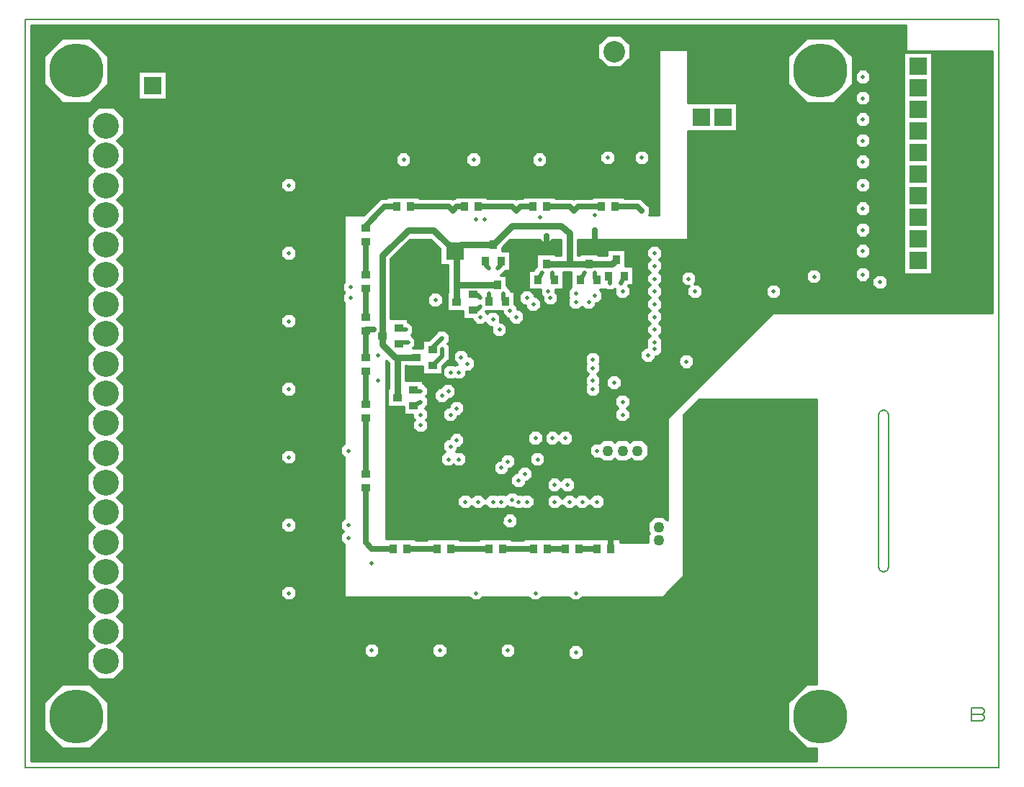
<source format=gbr>
G04 PROTEUS GERBER X2 FILE*
%TF.GenerationSoftware,Labcenter,Proteus,8.11-SP1-Build30228*%
%TF.CreationDate,2022-02-22T19:14:10+00:00*%
%TF.FileFunction,Copper,L4,Bot*%
%TF.FilePolarity,Positive*%
%TF.Part,Single*%
%TF.SameCoordinates,{6c2897ae-c00c-46c9-bae6-367ef81e3b77}*%
%FSLAX45Y45*%
%MOMM*%
G01*
%TA.AperFunction,Conductor*%
%ADD13C,0.304800*%
%ADD14C,0.762000*%
%ADD15C,0.635000*%
%ADD17C,0.508000*%
%TA.AperFunction,ViaPad*%
%ADD18C,0.508000*%
%ADD19C,0.381000*%
%TA.AperFunction,OtherPad,Unknown*%
%ADD21C,6.350000*%
%TA.AperFunction,ComponentPad*%
%ADD25C,3.048000*%
%TA.AperFunction,ComponentPad*%
%ADD32R,2.032000X2.032000*%
%TA.AperFunction,OtherPad,Unknown*%
%ADD36C,1.270000*%
%TA.AperFunction,ComponentPad*%
%ADD37C,2.540000*%
%TA.AperFunction,SMDPad,CuDef*%
%ADD48R,0.889000X1.016000*%
%ADD49R,1.016000X0.889000*%
%TA.AperFunction,SMDPad,CuDef*%
%ADD50R,2.108200X2.108200*%
%ADD28R,0.939800X0.990600*%
%ADD29R,0.990600X0.939800*%
%TA.AperFunction,NonConductor*%
%ADD46C,0.203200*%
%TA.AperFunction,Profile*%
%ADD47C,0.203200*%
%TD.AperFunction*%
G36*
X+5900000Y+6775000D02*
X+6923800Y+6775714D01*
X+6923800Y+3700000D01*
X+4350000Y+3700000D01*
X+3100000Y+2450000D01*
X+3100000Y+1258196D01*
X+3053657Y+1304539D01*
X+2946343Y+1304539D01*
X+2870461Y+1228657D01*
X+2870461Y+1121343D01*
X+2891804Y+1100000D01*
X+2870461Y+1078657D01*
X+2870461Y+1000000D01*
X+2548029Y+1000000D01*
X+2548029Y+1040569D01*
X+1411971Y+1040569D01*
X+1411971Y+1022789D01*
X+1273029Y+1022789D01*
X+1273029Y+1040569D01*
X+886971Y+1040569D01*
X+886971Y+1022789D01*
X+663029Y+1022789D01*
X+663029Y+1040569D01*
X+276971Y+1040569D01*
X+276971Y+1022789D01*
X+148029Y+1022789D01*
X+148029Y+1040569D01*
X-200000Y+1040569D01*
X-200000Y+3127726D01*
X-179139Y+3106865D01*
X-179139Y+2810489D01*
X-191839Y+2810489D01*
X-191839Y+2589511D01*
X-1339Y+2589511D01*
X-1339Y+2495531D01*
X+108561Y+2495531D01*
X+108561Y+2462125D01*
X+133186Y+2437500D01*
X+108561Y+2412875D01*
X+108561Y+2337125D01*
X+162125Y+2283561D01*
X+237875Y+2283561D01*
X+291439Y+2337125D01*
X+291439Y+2412875D01*
X+266814Y+2437500D01*
X+291439Y+2462125D01*
X+291439Y+2537875D01*
X+254314Y+2575000D01*
X+291439Y+2612125D01*
X+291439Y+2687875D01*
X+266814Y+2712500D01*
X+291439Y+2737125D01*
X+291439Y+2812875D01*
X+237875Y+2866439D01*
X+232339Y+2866439D01*
X+232339Y+2904469D01*
X+29139Y+2904469D01*
X+29139Y+3070861D01*
X+33161Y+3070861D01*
X+33161Y+3064511D01*
X+223661Y+3064511D01*
X+223661Y+2970531D01*
X+457339Y+2970531D01*
X+457339Y+3068545D01*
X+541439Y+3152645D01*
X+541439Y+3312875D01*
X+516814Y+3337500D01*
X+541439Y+3362125D01*
X+541439Y+3437875D01*
X+487875Y+3491439D01*
X+412125Y+3491439D01*
X+300155Y+3379469D01*
X+223661Y+3379469D01*
X+223661Y+3285489D01*
X+114803Y+3285489D01*
X+141439Y+3312125D01*
X+141439Y+3387875D01*
X+91814Y+3437500D01*
X+116439Y+3462125D01*
X+116439Y+3537875D01*
X+62875Y+3591439D01*
X+57339Y+3591439D01*
X+57339Y+3629469D01*
X-145861Y+3629469D01*
X-145861Y+4331865D01*
X+72274Y+4550000D01*
X+327726Y+4550000D01*
X+428551Y+4449175D01*
X+428551Y+4253551D01*
X+520861Y+4253551D01*
X+520861Y+3935489D01*
X+508161Y+3935489D01*
X+508161Y+3714511D01*
X+698661Y+3714511D01*
X+698661Y+3620531D01*
X+808561Y+3620531D01*
X+808561Y+3612125D01*
X+862125Y+3558561D01*
X+937875Y+3558561D01*
X+962500Y+3583186D01*
X+1012125Y+3533561D01*
X+1033561Y+3533561D01*
X+1033561Y+3462125D01*
X+1087125Y+3408561D01*
X+1162875Y+3408561D01*
X+1216439Y+3462125D01*
X+1216439Y+3537875D01*
X+1162875Y+3591439D01*
X+1141439Y+3591439D01*
X+1141439Y+3662875D01*
X+1087875Y+3716439D01*
X+1012125Y+3716439D01*
X+987500Y+3691814D01*
X+966814Y+3712500D01*
X+971975Y+3717661D01*
X+1158561Y+3717661D01*
X+1158561Y+3687125D01*
X+1212125Y+3633561D01*
X+1233561Y+3633561D01*
X+1233561Y+3612125D01*
X+1287125Y+3558561D01*
X+1362875Y+3558561D01*
X+1416439Y+3612125D01*
X+1416439Y+3687875D01*
X+1362875Y+3741439D01*
X+1341439Y+3741439D01*
X+1341439Y+3762875D01*
X+1304469Y+3799845D01*
X+1304469Y+3951339D01*
X+1266439Y+3951339D01*
X+1266439Y+3962875D01*
X+1212875Y+4016439D01*
X+1210489Y+4016439D01*
X+1210489Y+4141839D01*
X+1146153Y+4141839D01*
X+1196975Y+4192661D01*
X+1254469Y+4192661D01*
X+1254469Y+4426339D01*
X+1160489Y+4426339D01*
X+1160489Y+4463215D01*
X+1247274Y+4550000D01*
X+1604634Y+4550000D01*
X+1637149Y+4517485D01*
X+1712899Y+4517485D01*
X+1745414Y+4550000D01*
X+1845861Y+4550000D01*
X+1845861Y+4379139D01*
X+1785489Y+4379139D01*
X+1785489Y+4391839D01*
X+1564511Y+4391839D01*
X+1564511Y+4243825D01*
X+1533561Y+4212875D01*
X+1529022Y+4201339D01*
X+1470531Y+4201339D01*
X+1470531Y+3967661D01*
X+1608561Y+3967661D01*
X+1608561Y+3912125D01*
X+1633561Y+3887125D01*
X+1633561Y+3837125D01*
X+1687125Y+3783561D01*
X+1762875Y+3783561D01*
X+1816439Y+3837125D01*
X+1816439Y+3912875D01*
X+1791439Y+3937875D01*
X+1791439Y+3967661D01*
X+1879469Y+3967661D01*
X+1879469Y+4170861D01*
X+1970531Y+4170861D01*
X+1970531Y+3999845D01*
X+1933561Y+3962875D01*
X+1933561Y+3887125D01*
X+1945686Y+3875000D01*
X+1933561Y+3862875D01*
X+1933561Y+3787125D01*
X+1987125Y+3733561D01*
X+2062875Y+3733561D01*
X+2100000Y+3770686D01*
X+2137125Y+3733561D01*
X+2212875Y+3733561D01*
X+2266439Y+3787125D01*
X+2266439Y+3808561D01*
X+2287875Y+3808561D01*
X+2341439Y+3862125D01*
X+2341439Y+3937875D01*
X+2311653Y+3967661D01*
X+2378025Y+3967661D01*
X+2387125Y+3958561D01*
X+2462875Y+3958561D01*
X+2483561Y+3979247D01*
X+2483561Y+3912125D01*
X+2537125Y+3858561D01*
X+2612875Y+3858561D01*
X+2666439Y+3912125D01*
X+2666439Y+3987875D01*
X+2641661Y+4012653D01*
X+2643763Y+4017661D01*
X+2704469Y+4017661D01*
X+2704469Y+4251339D01*
X+2610489Y+4251339D01*
X+2610489Y+4441839D01*
X+2389511Y+4441839D01*
X+2389511Y+4379139D01*
X+2285489Y+4379139D01*
X+2285489Y+4391839D01*
X+2064511Y+4391839D01*
X+2064511Y+4379139D01*
X+2054139Y+4379139D01*
X+2054139Y+4550000D01*
X+3350000Y+4550000D01*
X+3350000Y+5832361D01*
X+3921639Y+5832361D01*
X+3921639Y+6167639D01*
X+3350000Y+6167639D01*
X+3350000Y+6800000D01*
X+3000000Y+6800000D01*
X+3000000Y+4850000D01*
X+2888294Y+4850000D01*
X+2897789Y+4859495D01*
X+2897789Y+4940505D01*
X+2790505Y+5047789D01*
X+2598029Y+5047789D01*
X+2598029Y+5065569D01*
X+2211971Y+5065569D01*
X+2211971Y+5047789D01*
X+2009495Y+5047789D01*
X+2000000Y+5038294D01*
X+1990505Y+5047789D01*
X+1788029Y+5047789D01*
X+1788029Y+5065569D01*
X+1401971Y+5065569D01*
X+1401971Y+5047789D01*
X+1334495Y+5047789D01*
X+1325000Y+5038294D01*
X+1315505Y+5047789D01*
X+988029Y+5047789D01*
X+988029Y+5065569D01*
X+601971Y+5065569D01*
X+601971Y+5047789D01*
X+584495Y+5047789D01*
X+575000Y+5038294D01*
X+565505Y+5047789D01*
X+188029Y+5047789D01*
X+188029Y+5065569D01*
X-198029Y+5065569D01*
X-198029Y+5047789D01*
X-265505Y+5047789D01*
X-463294Y+4850000D01*
X-700000Y+4850000D01*
X-700000Y+4054314D01*
X-716439Y+4037875D01*
X-716439Y+3962125D01*
X-700000Y+3945686D01*
X-700000Y+3929314D01*
X-716439Y+3912875D01*
X-716439Y+3837125D01*
X-700000Y+3820686D01*
X-700000Y+2154314D01*
X-741439Y+2112875D01*
X-741439Y+2037125D01*
X-700000Y+1995686D01*
X-700000Y+1279314D01*
X-741439Y+1237875D01*
X-741439Y+1162125D01*
X-704314Y+1125000D01*
X-741439Y+1087875D01*
X-741439Y+1012125D01*
X-700000Y+970686D01*
X-700000Y+350000D01*
X+770686Y+350000D01*
X+812125Y+308561D01*
X+887875Y+308561D01*
X+929314Y+350000D01*
X+1470686Y+350000D01*
X+1512125Y+308561D01*
X+1587875Y+308561D01*
X+1629314Y+350000D01*
X+1945686Y+350000D01*
X+1987125Y+308561D01*
X+2062875Y+308561D01*
X+2104314Y+350000D01*
X+3050000Y+350000D01*
X+3300000Y+600000D01*
X+3300000Y+2500000D01*
X+3475000Y+2675000D01*
X+4850000Y+2675000D01*
X+4850000Y-666461D01*
X+4741133Y-666461D01*
X+4516461Y-891133D01*
X+4516461Y-1208867D01*
X+4741133Y-1433539D01*
X+4850000Y-1433539D01*
X+4850000Y-1573800D01*
X-4373800Y-1573800D01*
X-4373800Y+7073800D01*
X+5900000Y+7073800D01*
X+5900000Y+6775000D01*
G37*
%LPC*%
G36*
X-4233539Y-1208867D02*
X-4233539Y-891133D01*
X-4008867Y-666461D01*
X-3691133Y-666461D01*
X-3466461Y-891133D01*
X-3466461Y-1208867D01*
X-3691133Y-1433539D01*
X-4008867Y-1433539D01*
X-4233539Y-1208867D01*
G37*
G36*
X-4233539Y+6391133D02*
X-4233539Y+6708867D01*
X-4008867Y+6933539D01*
X-3691133Y+6933539D01*
X-3466461Y+6708867D01*
X-3466461Y+6391133D01*
X-3691133Y+6166461D01*
X-4008867Y+6166461D01*
X-4233539Y+6391133D01*
G37*
G36*
X+4516461Y+6391133D02*
X+4516461Y+6708867D01*
X+4741133Y+6933539D01*
X+5058867Y+6933539D01*
X+5283539Y+6708867D01*
X+5283539Y+6391133D01*
X+5058867Y+6166461D01*
X+4741133Y+6166461D01*
X+4516461Y+6391133D01*
G37*
G36*
X-3281561Y+5990480D02*
X-3281561Y+5809520D01*
X-3366081Y+5725000D01*
X-3281561Y+5640480D01*
X-3281561Y+5459520D01*
X-3366081Y+5375000D01*
X-3281561Y+5290480D01*
X-3281561Y+5109520D01*
X-3366081Y+5025000D01*
X-3281561Y+4940480D01*
X-3281561Y+4759520D01*
X-3366081Y+4675000D01*
X-3281561Y+4590480D01*
X-3281561Y+4409520D01*
X-3366081Y+4325000D01*
X-3281561Y+4240480D01*
X-3281561Y+4059520D01*
X-3366081Y+3975000D01*
X-3281561Y+3890480D01*
X-3281561Y+3709520D01*
X-3366081Y+3625000D01*
X-3281561Y+3540480D01*
X-3281561Y+3359520D01*
X-3366081Y+3275000D01*
X-3281561Y+3190480D01*
X-3281561Y+3009520D01*
X-3366081Y+2925000D01*
X-3281561Y+2840480D01*
X-3281561Y+2659520D01*
X-3366081Y+2575000D01*
X-3281561Y+2490480D01*
X-3281561Y+2309520D01*
X-3366081Y+2225000D01*
X-3281561Y+2140480D01*
X-3281561Y+1959520D01*
X-3366081Y+1875000D01*
X-3281561Y+1790480D01*
X-3281561Y+1609520D01*
X-3366081Y+1525000D01*
X-3281561Y+1440480D01*
X-3281561Y+1259520D01*
X-3366081Y+1175000D01*
X-3281561Y+1090480D01*
X-3281561Y+909520D01*
X-3366081Y+825000D01*
X-3281561Y+740480D01*
X-3281561Y+559520D01*
X-3366081Y+475000D01*
X-3281561Y+390480D01*
X-3281561Y+209520D01*
X-3366081Y+125000D01*
X-3281561Y+40480D01*
X-3281561Y-140480D01*
X-3366081Y-225000D01*
X-3281561Y-309520D01*
X-3281561Y-490480D01*
X-3409520Y-618439D01*
X-3590480Y-618439D01*
X-3718439Y-490480D01*
X-3718439Y-309520D01*
X-3633919Y-225000D01*
X-3718439Y-140480D01*
X-3718439Y+40480D01*
X-3633919Y+125000D01*
X-3718439Y+209520D01*
X-3718439Y+390480D01*
X-3633919Y+475000D01*
X-3718439Y+559520D01*
X-3718439Y+740480D01*
X-3633919Y+825000D01*
X-3718439Y+909520D01*
X-3718439Y+1090480D01*
X-3633919Y+1175000D01*
X-3718439Y+1259520D01*
X-3718439Y+1440480D01*
X-3633919Y+1525000D01*
X-3718439Y+1609520D01*
X-3718439Y+1790480D01*
X-3633919Y+1875000D01*
X-3718439Y+1959520D01*
X-3718439Y+2140480D01*
X-3633919Y+2225000D01*
X-3718439Y+2309520D01*
X-3718439Y+2490480D01*
X-3633919Y+2575000D01*
X-3718439Y+2659520D01*
X-3718439Y+2840480D01*
X-3633919Y+2925000D01*
X-3718439Y+3009520D01*
X-3718439Y+3190480D01*
X-3633919Y+3275000D01*
X-3718439Y+3359520D01*
X-3718439Y+3540480D01*
X-3633919Y+3625000D01*
X-3718439Y+3709520D01*
X-3718439Y+3890480D01*
X-3633919Y+3975000D01*
X-3718439Y+4059520D01*
X-3718439Y+4240480D01*
X-3633919Y+4325000D01*
X-3718439Y+4409520D01*
X-3718439Y+4590480D01*
X-3633919Y+4675000D01*
X-3718439Y+4759520D01*
X-3718439Y+4940480D01*
X-3633919Y+5025000D01*
X-3718439Y+5109520D01*
X-3718439Y+5290480D01*
X-3633919Y+5375000D01*
X-3718439Y+5459520D01*
X-3718439Y+5640480D01*
X-3633919Y+5725000D01*
X-3718439Y+5809520D01*
X-3718439Y+5990480D01*
X-3590480Y+6118439D01*
X-3409520Y+6118439D01*
X-3281561Y+5990480D01*
G37*
G36*
X+6217639Y+6432361D02*
X+6217639Y+4146361D01*
X+5882361Y+4146361D01*
X+5882361Y+6767639D01*
X+6217639Y+6767639D01*
X+6217639Y+6432361D01*
G37*
G36*
X+6276645Y+4380040D02*
X+6331355Y+4380040D01*
X+6370040Y+4341355D01*
X+6370040Y+4286645D01*
X+6331355Y+4247960D01*
X+6276645Y+4247960D01*
X+6237960Y+4286645D01*
X+6237960Y+4341355D01*
X+6276645Y+4380040D01*
G37*
G36*
X+6276645Y+4634040D02*
X+6331355Y+4634040D01*
X+6370040Y+4595355D01*
X+6370040Y+4540645D01*
X+6331355Y+4501960D01*
X+6276645Y+4501960D01*
X+6237960Y+4540645D01*
X+6237960Y+4595355D01*
X+6276645Y+4634040D01*
G37*
G36*
X+6276645Y+4888040D02*
X+6331355Y+4888040D01*
X+6370040Y+4849355D01*
X+6370040Y+4794645D01*
X+6331355Y+4755960D01*
X+6276645Y+4755960D01*
X+6237960Y+4794645D01*
X+6237960Y+4849355D01*
X+6276645Y+4888040D01*
G37*
G36*
X+6276645Y+5142040D02*
X+6331355Y+5142040D01*
X+6370040Y+5103355D01*
X+6370040Y+5048645D01*
X+6331355Y+5009960D01*
X+6276645Y+5009960D01*
X+6237960Y+5048645D01*
X+6237960Y+5103355D01*
X+6276645Y+5142040D01*
G37*
G36*
X+6276645Y+5396040D02*
X+6331355Y+5396040D01*
X+6370040Y+5357355D01*
X+6370040Y+5302645D01*
X+6331355Y+5263960D01*
X+6276645Y+5263960D01*
X+6237960Y+5302645D01*
X+6237960Y+5357355D01*
X+6276645Y+5396040D01*
G37*
G36*
X+6276645Y+5650040D02*
X+6331355Y+5650040D01*
X+6370040Y+5611355D01*
X+6370040Y+5556645D01*
X+6331355Y+5517960D01*
X+6276645Y+5517960D01*
X+6237960Y+5556645D01*
X+6237960Y+5611355D01*
X+6276645Y+5650040D01*
G37*
G36*
X+6276645Y+5904040D02*
X+6331355Y+5904040D01*
X+6370040Y+5865355D01*
X+6370040Y+5810645D01*
X+6331355Y+5771960D01*
X+6276645Y+5771960D01*
X+6237960Y+5810645D01*
X+6237960Y+5865355D01*
X+6276645Y+5904040D01*
G37*
G36*
X+6276645Y+6158040D02*
X+6331355Y+6158040D01*
X+6370040Y+6119355D01*
X+6370040Y+6064645D01*
X+6331355Y+6025960D01*
X+6276645Y+6025960D01*
X+6237960Y+6064645D01*
X+6237960Y+6119355D01*
X+6276645Y+6158040D01*
G37*
G36*
X+6276645Y+6412040D02*
X+6331355Y+6412040D01*
X+6370040Y+6373355D01*
X+6370040Y+6318645D01*
X+6331355Y+6279960D01*
X+6276645Y+6279960D01*
X+6237960Y+6318645D01*
X+6237960Y+6373355D01*
X+6276645Y+6412040D01*
G37*
G36*
X+6276645Y+6666040D02*
X+6331355Y+6666040D01*
X+6370040Y+6627355D01*
X+6370040Y+6572645D01*
X+6331355Y+6533960D01*
X+6276645Y+6533960D01*
X+6237960Y+6572645D01*
X+6237960Y+6627355D01*
X+6276645Y+6666040D01*
G37*
G36*
X+2879539Y+2128657D02*
X+2879539Y+2021343D01*
X+2803657Y+1945461D01*
X+2696343Y+1945461D01*
X+2690658Y+1951146D01*
X+2686573Y+1947060D01*
X+2663427Y+1947060D01*
X+2647060Y+1963427D01*
X+2647060Y+1963864D01*
X+2628657Y+1945461D01*
X+2521343Y+1945461D01*
X+2487500Y+1979304D01*
X+2453657Y+1945461D01*
X+2346343Y+1945461D01*
X+2308243Y+1983561D01*
X+2237125Y+1983561D01*
X+2183561Y+2037125D01*
X+2183561Y+2112875D01*
X+2237125Y+2166439D01*
X+2308243Y+2166439D01*
X+2346343Y+2204539D01*
X+2453657Y+2204539D01*
X+2487500Y+2170696D01*
X+2521343Y+2204539D01*
X+2628657Y+2204539D01*
X+2662500Y+2170696D01*
X+2696343Y+2204539D01*
X+2803657Y+2204539D01*
X+2879539Y+2128657D01*
G37*
G36*
X+3578480Y+6735020D02*
X+3578480Y+6814980D01*
X+3635020Y+6871520D01*
X+3714980Y+6871520D01*
X+3771520Y+6814980D01*
X+3771520Y+6735020D01*
X+3714980Y+6678480D01*
X+3635020Y+6678480D01*
X+3578480Y+6735020D01*
G37*
G36*
X+2281961Y+6695041D02*
X+2281961Y+6854959D01*
X+2395041Y+6968039D01*
X+2554959Y+6968039D01*
X+2668039Y+6854959D01*
X+2668039Y+6695041D01*
X+2554959Y+6581961D01*
X+2395041Y+6581961D01*
X+2281961Y+6695041D01*
G37*
G36*
X-3117639Y+6542639D02*
X-2782361Y+6542639D01*
X-2782361Y+6207361D01*
X-3117639Y+6207361D01*
X-3117639Y+6542639D01*
G37*
G36*
X-2762040Y+6347645D02*
X-2762040Y+6402355D01*
X-2723355Y+6441040D01*
X-2668645Y+6441040D01*
X-2629960Y+6402355D01*
X-2629960Y+6347645D01*
X-2668645Y+6308960D01*
X-2723355Y+6308960D01*
X-2762040Y+6347645D01*
G37*
G36*
X+143687Y+4440240D02*
X+156313Y+4440240D01*
X+165240Y+4431313D01*
X+165240Y+4418687D01*
X+156313Y+4409760D01*
X+143687Y+4409760D01*
X+134760Y+4418687D01*
X+134760Y+4431313D01*
X+143687Y+4440240D01*
G37*
G36*
X+2847060Y+2938427D02*
X+2847060Y+2961573D01*
X+2863427Y+2977940D01*
X+2886573Y+2977940D01*
X+2902940Y+2961573D01*
X+2902940Y+2938427D01*
X+2886573Y+2922060D01*
X+2863427Y+2922060D01*
X+2847060Y+2938427D01*
G37*
G36*
X+2797060Y+2863427D02*
X+2797060Y+2886573D01*
X+2813427Y+2902940D01*
X+2836573Y+2902940D01*
X+2852940Y+2886573D01*
X+2852940Y+2863427D01*
X+2836573Y+2847060D01*
X+2813427Y+2847060D01*
X+2797060Y+2863427D01*
G37*
G36*
X+2797060Y+2563427D02*
X+2797060Y+2586573D01*
X+2813427Y+2602940D01*
X+2836573Y+2602940D01*
X+2852940Y+2586573D01*
X+2852940Y+2563427D01*
X+2836573Y+2547060D01*
X+2813427Y+2547060D01*
X+2797060Y+2563427D01*
G37*
G36*
X+2797060Y+2713427D02*
X+2797060Y+2736573D01*
X+2813427Y+2752940D01*
X+2836573Y+2752940D01*
X+2852940Y+2736573D01*
X+2852940Y+2713427D01*
X+2836573Y+2697060D01*
X+2813427Y+2697060D01*
X+2797060Y+2713427D01*
G37*
G36*
X+2847060Y+2788427D02*
X+2847060Y+2811573D01*
X+2863427Y+2827940D01*
X+2886573Y+2827940D01*
X+2902940Y+2811573D01*
X+2902940Y+2788427D01*
X+2886573Y+2772060D01*
X+2863427Y+2772060D01*
X+2847060Y+2788427D01*
G37*
G36*
X+2847060Y+2638427D02*
X+2847060Y+2661573D01*
X+2863427Y+2677940D01*
X+2886573Y+2677940D01*
X+2902940Y+2661573D01*
X+2902940Y+2638427D01*
X+2886573Y+2622060D01*
X+2863427Y+2622060D01*
X+2847060Y+2638427D01*
G37*
G36*
X+2847060Y+2488427D02*
X+2847060Y+2511573D01*
X+2863427Y+2527940D01*
X+2886573Y+2527940D01*
X+2902940Y+2511573D01*
X+2902940Y+2488427D01*
X+2886573Y+2472060D01*
X+2863427Y+2472060D01*
X+2847060Y+2488427D01*
G37*
G36*
X+2377940Y+1830738D02*
X+2377940Y+1807592D01*
X+2370348Y+1800000D01*
X+2377940Y+1792408D01*
X+2377940Y+1769262D01*
X+2361573Y+1752895D01*
X+2338427Y+1752895D01*
X+2322060Y+1769262D01*
X+2322060Y+1792408D01*
X+2329652Y+1800000D01*
X+2322060Y+1807592D01*
X+2322060Y+1830738D01*
X+2338427Y+1847105D01*
X+2361573Y+1847105D01*
X+2377940Y+1830738D01*
G37*
G36*
X+2422060Y+1788427D02*
X+2422060Y+1811573D01*
X+2438427Y+1827940D01*
X+2461573Y+1827940D01*
X+2477940Y+1811573D01*
X+2477940Y+1788427D01*
X+2461573Y+1772060D01*
X+2438427Y+1772060D01*
X+2422060Y+1788427D01*
G37*
G36*
X+2852940Y+2336573D02*
X+2852940Y+2313427D01*
X+2842430Y+2302918D01*
X+2852940Y+2292408D01*
X+2852940Y+2269262D01*
X+2836573Y+2252895D01*
X+2813427Y+2252895D01*
X+2797060Y+2269262D01*
X+2797060Y+2292408D01*
X+2807570Y+2302918D01*
X+2797060Y+2313427D01*
X+2797060Y+2336573D01*
X+2813427Y+2352940D01*
X+2836573Y+2352940D01*
X+2852940Y+2336573D01*
G37*
G36*
X+2897060Y+2288427D02*
X+2897060Y+2311573D01*
X+2913427Y+2327940D01*
X+2936573Y+2327940D01*
X+2952940Y+2311573D01*
X+2952940Y+2288427D01*
X+2936573Y+2272060D01*
X+2913427Y+2272060D01*
X+2897060Y+2288427D01*
G37*
G36*
X+3053613Y+2335900D02*
X+3053613Y+2312754D01*
X+3040186Y+2299327D01*
X+3052940Y+2286573D01*
X+3052940Y+2263427D01*
X+3036573Y+2247060D01*
X+3013427Y+2247060D01*
X+2997060Y+2263427D01*
X+2997060Y+2286573D01*
X+3010487Y+2300000D01*
X+2997733Y+2312754D01*
X+2997733Y+2335900D01*
X+3014100Y+2352267D01*
X+3037246Y+2352267D01*
X+3053613Y+2335900D01*
G37*
G36*
X+3985509Y+2063427D02*
X+3985509Y+2086573D01*
X+4001876Y+2102940D01*
X+4025022Y+2102940D01*
X+4041389Y+2086573D01*
X+4041389Y+2063427D01*
X+4025022Y+2047060D01*
X+4001876Y+2047060D01*
X+3985509Y+2063427D01*
G37*
G36*
X+3985509Y+2213427D02*
X+3985509Y+2236573D01*
X+4001876Y+2252940D01*
X+4025022Y+2252940D01*
X+4041389Y+2236573D01*
X+4041389Y+2213427D01*
X+4025022Y+2197060D01*
X+4001876Y+2197060D01*
X+3985509Y+2213427D01*
G37*
G36*
X+4185509Y+2138427D02*
X+4185509Y+2161573D01*
X+4201876Y+2177940D01*
X+4225022Y+2177940D01*
X+4241389Y+2161573D01*
X+4241389Y+2138427D01*
X+4225022Y+2122060D01*
X+4201876Y+2122060D01*
X+4185509Y+2138427D01*
G37*
G36*
X+4110509Y+2063427D02*
X+4110509Y+2086573D01*
X+4126876Y+2102940D01*
X+4150022Y+2102940D01*
X+4166389Y+2086573D01*
X+4166389Y+2063427D01*
X+4150022Y+2047060D01*
X+4126876Y+2047060D01*
X+4110509Y+2063427D01*
G37*
G36*
X+4110509Y+2213427D02*
X+4110509Y+2236573D01*
X+4126876Y+2252940D01*
X+4150022Y+2252940D01*
X+4166389Y+2236573D01*
X+4166389Y+2213427D01*
X+4150022Y+2197060D01*
X+4126876Y+2197060D01*
X+4110509Y+2213427D01*
G37*
G36*
X+3982100Y+963427D02*
X+3982100Y+986573D01*
X+3998467Y+1002940D01*
X+4021613Y+1002940D01*
X+4037980Y+986573D01*
X+4037980Y+963427D01*
X+4021613Y+947060D01*
X+3998467Y+947060D01*
X+3982100Y+963427D01*
G37*
G36*
X+3982100Y+1113427D02*
X+3982100Y+1136573D01*
X+3998467Y+1152940D01*
X+4021613Y+1152940D01*
X+4037980Y+1136573D01*
X+4037980Y+1113427D01*
X+4021613Y+1097060D01*
X+3998467Y+1097060D01*
X+3982100Y+1113427D01*
G37*
G36*
X+4107100Y+1113427D02*
X+4107100Y+1136573D01*
X+4123467Y+1152940D01*
X+4146613Y+1152940D01*
X+4162980Y+1136573D01*
X+4162980Y+1113427D01*
X+4146613Y+1097060D01*
X+4123467Y+1097060D01*
X+4107100Y+1113427D01*
G37*
G36*
X+4107100Y+963427D02*
X+4107100Y+986573D01*
X+4123467Y+1002940D01*
X+4146613Y+1002940D01*
X+4162980Y+986573D01*
X+4162980Y+963427D01*
X+4146613Y+947060D01*
X+4123467Y+947060D01*
X+4107100Y+963427D01*
G37*
G36*
X+4182100Y+1038427D02*
X+4182100Y+1061573D01*
X+4198467Y+1077940D01*
X+4221613Y+1077940D01*
X+4237980Y+1061573D01*
X+4237980Y+1038427D01*
X+4221613Y+1022060D01*
X+4198467Y+1022060D01*
X+4182100Y+1038427D01*
G37*
G36*
X+2316439Y+3187875D02*
X+2316439Y+3112125D01*
X+2304314Y+3100000D01*
X+2316439Y+3087875D01*
X+2316439Y+3012125D01*
X+2279314Y+2975000D01*
X+2316439Y+2937875D01*
X+2316439Y+2862125D01*
X+2304314Y+2850000D01*
X+2316439Y+2837875D01*
X+2316439Y+2762125D01*
X+2262875Y+2708561D01*
X+2187125Y+2708561D01*
X+2133561Y+2762125D01*
X+2133561Y+2837875D01*
X+2145686Y+2850000D01*
X+2133561Y+2862125D01*
X+2133561Y+2937875D01*
X+2170686Y+2975000D01*
X+2133561Y+3012125D01*
X+2133561Y+3087875D01*
X+2145686Y+3100000D01*
X+2133561Y+3112125D01*
X+2133561Y+3187875D01*
X+2187125Y+3241439D01*
X+2262875Y+3241439D01*
X+2316439Y+3187875D01*
G37*
G36*
X+2383561Y+2837125D02*
X+2383561Y+2912875D01*
X+2437125Y+2966439D01*
X+2512875Y+2966439D01*
X+2566439Y+2912875D01*
X+2566439Y+2837125D01*
X+2512875Y+2783561D01*
X+2437125Y+2783561D01*
X+2383561Y+2837125D01*
G37*
G36*
X+2522060Y+1788427D02*
X+2522060Y+1811573D01*
X+2538427Y+1827940D01*
X+2561573Y+1827940D01*
X+2577940Y+1811573D01*
X+2577940Y+1788427D01*
X+2561573Y+1772060D01*
X+2538427Y+1772060D01*
X+2522060Y+1788427D01*
G37*
G36*
X+1316439Y+1987875D02*
X+1316439Y+1912125D01*
X+1262875Y+1858561D01*
X+1241439Y+1858561D01*
X+1241439Y+1837125D01*
X+1187875Y+1783561D01*
X+1112125Y+1783561D01*
X+1058561Y+1837125D01*
X+1058561Y+1912875D01*
X+1112125Y+1966439D01*
X+1133561Y+1966439D01*
X+1133561Y+1987875D01*
X+1187125Y+2041439D01*
X+1262875Y+2041439D01*
X+1316439Y+1987875D01*
G37*
G36*
X+1337875Y+1566439D02*
X+1387875Y+1566439D01*
X+1400000Y+1554314D01*
X+1412125Y+1566439D01*
X+1487875Y+1566439D01*
X+1541439Y+1512875D01*
X+1541439Y+1437125D01*
X+1487875Y+1383561D01*
X+1412125Y+1383561D01*
X+1400000Y+1395686D01*
X+1387875Y+1383561D01*
X+1312125Y+1383561D01*
X+1287125Y+1408561D01*
X+1237125Y+1408561D01*
X+1225000Y+1420686D01*
X+1187875Y+1383561D01*
X+1112125Y+1383561D01*
X+1100000Y+1395686D01*
X+1087875Y+1383561D01*
X+1012125Y+1383561D01*
X+962500Y+1433186D01*
X+912875Y+1383561D01*
X+837125Y+1383561D01*
X+800000Y+1420686D01*
X+762875Y+1383561D01*
X+687125Y+1383561D01*
X+633561Y+1437125D01*
X+633561Y+1512875D01*
X+687125Y+1566439D01*
X+762875Y+1566439D01*
X+800000Y+1529314D01*
X+837125Y+1566439D01*
X+912875Y+1566439D01*
X+962500Y+1516814D01*
X+1012125Y+1566439D01*
X+1087875Y+1566439D01*
X+1100000Y+1554314D01*
X+1112125Y+1566439D01*
X+1187875Y+1566439D01*
X+1200000Y+1554314D01*
X+1237125Y+1591439D01*
X+1312875Y+1591439D01*
X+1337875Y+1566439D01*
G37*
G36*
X+716439Y+2237875D02*
X+716439Y+2162125D01*
X+662875Y+2108561D01*
X+641439Y+2108561D01*
X+641439Y+2087125D01*
X+620753Y+2066439D01*
X+687875Y+2066439D01*
X+741439Y+2012875D01*
X+741439Y+1937125D01*
X+687875Y+1883561D01*
X+612125Y+1883561D01*
X+587500Y+1908186D01*
X+562875Y+1883561D01*
X+487125Y+1883561D01*
X+433561Y+1937125D01*
X+433561Y+2012875D01*
X+483186Y+2062500D01*
X+458561Y+2087125D01*
X+458561Y+2162875D01*
X+512125Y+2216439D01*
X+533561Y+2216439D01*
X+533561Y+2237875D01*
X+587125Y+2291439D01*
X+662875Y+2291439D01*
X+716439Y+2237875D01*
G37*
G36*
X+616439Y+2812875D02*
X+616439Y+2737125D01*
X+562875Y+2683561D01*
X+537875Y+2683561D01*
X+487875Y+2633561D01*
X+412125Y+2633561D01*
X+358561Y+2687125D01*
X+358561Y+2762875D01*
X+412125Y+2816439D01*
X+437125Y+2816439D01*
X+487125Y+2866439D01*
X+562875Y+2866439D01*
X+616439Y+2812875D01*
G37*
G36*
X-1441439Y+3562125D02*
X-1441439Y+3637875D01*
X-1387875Y+3691439D01*
X-1312125Y+3691439D01*
X-1258561Y+3637875D01*
X-1258561Y+3562125D01*
X-1312125Y+3508561D01*
X-1387875Y+3508561D01*
X-1441439Y+3562125D01*
G37*
G36*
X+766439Y+3212875D02*
X+766439Y+3191439D01*
X+787875Y+3191439D01*
X+841439Y+3137875D01*
X+841439Y+3062125D01*
X+787875Y+3008561D01*
X+741439Y+3008561D01*
X+741439Y+2962125D01*
X+687875Y+2908561D01*
X+612125Y+2908561D01*
X+600000Y+2920686D01*
X+587875Y+2908561D01*
X+512125Y+2908561D01*
X+458561Y+2962125D01*
X+458561Y+3037875D01*
X+512125Y+3091439D01*
X+587875Y+3091439D01*
X+600000Y+3079314D01*
X+612125Y+3091439D01*
X+629247Y+3091439D01*
X+583561Y+3137125D01*
X+583561Y+3212875D01*
X+637125Y+3266439D01*
X+712875Y+3266439D01*
X+766439Y+3212875D01*
G37*
G36*
X+2372060Y+3338427D02*
X+2372060Y+3361573D01*
X+2388427Y+3377940D01*
X+2411573Y+3377940D01*
X+2427940Y+3361573D01*
X+2427940Y+3338427D01*
X+2411573Y+3322060D01*
X+2388427Y+3322060D01*
X+2372060Y+3338427D01*
G37*
G36*
X+2522060Y+3438427D02*
X+2522060Y+3461573D01*
X+2538427Y+3477940D01*
X+2561573Y+3477940D01*
X+2577940Y+3461573D01*
X+2577940Y+3438427D01*
X+2561573Y+3422060D01*
X+2538427Y+3422060D01*
X+2522060Y+3438427D01*
G37*
G36*
X+1516439Y+1837875D02*
X+1516439Y+1762125D01*
X+1462875Y+1708561D01*
X+1441439Y+1708561D01*
X+1441439Y+1687125D01*
X+1387875Y+1633561D01*
X+1312125Y+1633561D01*
X+1258561Y+1687125D01*
X+1258561Y+1762875D01*
X+1312125Y+1816439D01*
X+1333561Y+1816439D01*
X+1333561Y+1837875D01*
X+1387125Y+1891439D01*
X+1462875Y+1891439D01*
X+1516439Y+1837875D01*
G37*
G36*
X+2327940Y+1586573D02*
X+2327940Y+1563427D01*
X+2321914Y+1557400D01*
X+2366439Y+1512875D01*
X+2366439Y+1437125D01*
X+2312875Y+1383561D01*
X+2237125Y+1383561D01*
X+2187500Y+1433186D01*
X+2137875Y+1383561D01*
X+2062125Y+1383561D01*
X+2025000Y+1420686D01*
X+1987875Y+1383561D01*
X+1912125Y+1383561D01*
X+1862500Y+1433186D01*
X+1812875Y+1383561D01*
X+1737125Y+1383561D01*
X+1683561Y+1437125D01*
X+1683561Y+1512875D01*
X+1737125Y+1566439D01*
X+1812875Y+1566439D01*
X+1862500Y+1516814D01*
X+1912125Y+1566439D01*
X+1987875Y+1566439D01*
X+2025000Y+1529314D01*
X+2062125Y+1566439D01*
X+2137875Y+1566439D01*
X+2187500Y+1516814D01*
X+2237125Y+1566439D01*
X+2272060Y+1566439D01*
X+2272060Y+1586573D01*
X+2288427Y+1602940D01*
X+2311573Y+1602940D01*
X+2327940Y+1586573D01*
G37*
G36*
X+2016439Y+1712875D02*
X+2016439Y+1637125D01*
X+1962875Y+1583561D01*
X+1887125Y+1583561D01*
X+1850000Y+1620686D01*
X+1812875Y+1583561D01*
X+1737125Y+1583561D01*
X+1683561Y+1637125D01*
X+1683561Y+1712875D01*
X+1737125Y+1766439D01*
X+1812875Y+1766439D01*
X+1850000Y+1729314D01*
X+1887125Y+1766439D01*
X+1962875Y+1766439D01*
X+2016439Y+1712875D01*
G37*
G36*
X+1991439Y+2262875D02*
X+1991439Y+2187125D01*
X+1937875Y+2133561D01*
X+1862125Y+2133561D01*
X+1825000Y+2170686D01*
X+1787875Y+2133561D01*
X+1712125Y+2133561D01*
X+1658561Y+2187125D01*
X+1658561Y+2262875D01*
X+1712125Y+2316439D01*
X+1787875Y+2316439D01*
X+1825000Y+2279314D01*
X+1862125Y+2316439D01*
X+1937875Y+2316439D01*
X+1991439Y+2262875D01*
G37*
G36*
X+1483561Y+1937125D02*
X+1483561Y+2012875D01*
X+1537125Y+2066439D01*
X+1612875Y+2066439D01*
X+1666439Y+2012875D01*
X+1666439Y+1937125D01*
X+1612875Y+1883561D01*
X+1537125Y+1883561D01*
X+1483561Y+1937125D01*
G37*
G36*
X+1458561Y+2187125D02*
X+1458561Y+2262875D01*
X+1512125Y+2316439D01*
X+1587875Y+2316439D01*
X+1641439Y+2262875D01*
X+1641439Y+2187125D01*
X+1587875Y+2133561D01*
X+1512125Y+2133561D01*
X+1458561Y+2187125D01*
G37*
G36*
X-466439Y-312875D02*
X-466439Y-237125D01*
X-412875Y-183561D01*
X-337125Y-183561D01*
X-283561Y-237125D01*
X-283561Y-312875D01*
X-337125Y-366439D01*
X-412875Y-366439D01*
X-466439Y-312875D01*
G37*
G36*
X+1133561Y-312875D02*
X+1133561Y-237125D01*
X+1187125Y-183561D01*
X+1262875Y-183561D01*
X+1316439Y-237125D01*
X+1316439Y-312875D01*
X+1262875Y-366439D01*
X+1187125Y-366439D01*
X+1133561Y-312875D01*
G37*
G36*
X+1933561Y-337875D02*
X+1933561Y-262125D01*
X+1987125Y-208561D01*
X+2062875Y-208561D01*
X+2116439Y-262125D01*
X+2116439Y-337875D01*
X+2062875Y-391439D01*
X+1987125Y-391439D01*
X+1933561Y-337875D01*
G37*
G36*
X-91439Y+5462125D02*
X-91439Y+5537875D01*
X-37875Y+5591439D01*
X+37875Y+5591439D01*
X+91439Y+5537875D01*
X+91439Y+5462125D01*
X+37875Y+5408561D01*
X-37875Y+5408561D01*
X-91439Y+5462125D01*
G37*
G36*
X-1441439Y+362125D02*
X-1441439Y+437875D01*
X-1387875Y+491439D01*
X-1312125Y+491439D01*
X-1258561Y+437875D01*
X-1258561Y+362125D01*
X-1312125Y+308561D01*
X-1387875Y+308561D01*
X-1441439Y+362125D01*
G37*
G36*
X-1441439Y+1162125D02*
X-1441439Y+1237875D01*
X-1387875Y+1291439D01*
X-1312125Y+1291439D01*
X-1258561Y+1237875D01*
X-1258561Y+1162125D01*
X-1312125Y+1108561D01*
X-1387875Y+1108561D01*
X-1441439Y+1162125D01*
G37*
G36*
X-1441439Y+2762125D02*
X-1441439Y+2837875D01*
X-1387875Y+2891439D01*
X-1312125Y+2891439D01*
X-1258561Y+2837875D01*
X-1258561Y+2762125D01*
X-1312125Y+2708561D01*
X-1387875Y+2708561D01*
X-1441439Y+2762125D01*
G37*
G36*
X-1441439Y+5162125D02*
X-1441439Y+5237875D01*
X-1387875Y+5291439D01*
X-1312125Y+5291439D01*
X-1258561Y+5237875D01*
X-1258561Y+5162125D01*
X-1312125Y+5108561D01*
X-1387875Y+5108561D01*
X-1441439Y+5162125D01*
G37*
G36*
X-1441439Y+4362125D02*
X-1441439Y+4437875D01*
X-1387875Y+4491439D01*
X-1312125Y+4491439D01*
X-1258561Y+4437875D01*
X-1258561Y+4362125D01*
X-1312125Y+4308561D01*
X-1387875Y+4308561D01*
X-1441439Y+4362125D01*
G37*
G36*
X+2708561Y+5487125D02*
X+2708561Y+5562875D01*
X+2762125Y+5616439D01*
X+2837875Y+5616439D01*
X+2891439Y+5562875D01*
X+2891439Y+5487125D01*
X+2837875Y+5433561D01*
X+2762125Y+5433561D01*
X+2708561Y+5487125D01*
G37*
G36*
X+283561Y+3812125D02*
X+283561Y+3887875D01*
X+337125Y+3941439D01*
X+412875Y+3941439D01*
X+466439Y+3887875D01*
X+466439Y+3812125D01*
X+412875Y+3758561D01*
X+337125Y+3758561D01*
X+283561Y+3812125D01*
G37*
G36*
X+1541439Y+3912875D02*
X+1541439Y+3891439D01*
X+1562875Y+3891439D01*
X+1616439Y+3837875D01*
X+1616439Y+3762125D01*
X+1562875Y+3708561D01*
X+1487125Y+3708561D01*
X+1433561Y+3762125D01*
X+1433561Y+3783561D01*
X+1412125Y+3783561D01*
X+1358561Y+3837125D01*
X+1358561Y+3912875D01*
X+1412125Y+3966439D01*
X+1487875Y+3966439D01*
X+1541439Y+3912875D01*
G37*
G36*
X+733561Y+5462125D02*
X+733561Y+5537875D01*
X+787125Y+5591439D01*
X+862875Y+5591439D01*
X+916439Y+5537875D01*
X+916439Y+5462125D01*
X+862875Y+5408561D01*
X+787125Y+5408561D01*
X+733561Y+5462125D01*
G37*
G36*
X+1647060Y+2910747D02*
X+1647060Y+2933893D01*
X+1663427Y+2950260D01*
X+1686573Y+2950260D01*
X+1702940Y+2933893D01*
X+1702940Y+2910747D01*
X+1686573Y+2894380D01*
X+1663427Y+2894380D01*
X+1647060Y+2910747D01*
G37*
G36*
X+1799460Y+2910747D02*
X+1799460Y+2933893D01*
X+1815827Y+2950260D01*
X+1838973Y+2950260D01*
X+1855340Y+2933893D01*
X+1855340Y+2910747D01*
X+1838973Y+2894380D01*
X+1815827Y+2894380D01*
X+1799460Y+2910747D01*
G37*
G36*
X+1799460Y+2760887D02*
X+1799460Y+2784033D01*
X+1815827Y+2800400D01*
X+1838973Y+2800400D01*
X+1855340Y+2784033D01*
X+1855340Y+2760887D01*
X+1838973Y+2744520D01*
X+1815827Y+2744520D01*
X+1799460Y+2760887D01*
G37*
G36*
X+1799460Y+2608487D02*
X+1799460Y+2631633D01*
X+1815827Y+2648000D01*
X+1838973Y+2648000D01*
X+1855340Y+2631633D01*
X+1855340Y+2608487D01*
X+1838973Y+2592120D01*
X+1815827Y+2592120D01*
X+1799460Y+2608487D01*
G37*
G36*
X+1647060Y+2608487D02*
X+1647060Y+2631633D01*
X+1663427Y+2648000D01*
X+1686573Y+2648000D01*
X+1702940Y+2631633D01*
X+1702940Y+2608487D01*
X+1686573Y+2592120D01*
X+1663427Y+2592120D01*
X+1647060Y+2608487D01*
G37*
G36*
X+1494660Y+2608487D02*
X+1494660Y+2631633D01*
X+1511027Y+2648000D01*
X+1534173Y+2648000D01*
X+1550540Y+2631633D01*
X+1550540Y+2608487D01*
X+1534173Y+2592120D01*
X+1511027Y+2592120D01*
X+1494660Y+2608487D01*
G37*
G36*
X+1492120Y+2763427D02*
X+1492120Y+2786573D01*
X+1508487Y+2802940D01*
X+1531633Y+2802940D01*
X+1548000Y+2786573D01*
X+1548000Y+2763427D01*
X+1531633Y+2747060D01*
X+1508487Y+2747060D01*
X+1492120Y+2763427D01*
G37*
G36*
X+1647060Y+2763427D02*
X+1647060Y+2786573D01*
X+1663427Y+2802940D01*
X+1686573Y+2802940D01*
X+1702940Y+2786573D01*
X+1702940Y+2763427D01*
X+1686573Y+2747060D01*
X+1663427Y+2747060D01*
X+1647060Y+2763427D01*
G37*
G36*
X+1352420Y+2763427D02*
X+1352420Y+2786573D01*
X+1368787Y+2802940D01*
X+1391933Y+2802940D01*
X+1408300Y+2786573D01*
X+1408300Y+2763427D01*
X+1391933Y+2747060D01*
X+1368787Y+2747060D01*
X+1352420Y+2763427D01*
G37*
G36*
X+1352420Y+2608487D02*
X+1352420Y+2631633D01*
X+1368787Y+2648000D01*
X+1391933Y+2648000D01*
X+1408300Y+2631633D01*
X+1408300Y+2608487D01*
X+1391933Y+2592120D01*
X+1368787Y+2592120D01*
X+1352420Y+2608487D01*
G37*
G36*
X+1352420Y+2461167D02*
X+1352420Y+2484313D01*
X+1368787Y+2500680D01*
X+1391933Y+2500680D01*
X+1408300Y+2484313D01*
X+1408300Y+2461167D01*
X+1391933Y+2444800D01*
X+1368787Y+2444800D01*
X+1352420Y+2461167D01*
G37*
G36*
X+1494660Y+2461167D02*
X+1494660Y+2484313D01*
X+1511027Y+2500680D01*
X+1534173Y+2500680D01*
X+1550540Y+2484313D01*
X+1550540Y+2461167D01*
X+1534173Y+2444800D01*
X+1511027Y+2444800D01*
X+1494660Y+2461167D01*
G37*
G36*
X+1644520Y+2461167D02*
X+1644520Y+2484313D01*
X+1660887Y+2500680D01*
X+1684033Y+2500680D01*
X+1700400Y+2484313D01*
X+1700400Y+2461167D01*
X+1684033Y+2444800D01*
X+1660887Y+2444800D01*
X+1644520Y+2461167D01*
G37*
G36*
X+1796920Y+2461167D02*
X+1796920Y+2484313D01*
X+1813287Y+2500680D01*
X+1836433Y+2500680D01*
X+1852800Y+2484313D01*
X+1852800Y+2461167D01*
X+1836433Y+2444800D01*
X+1813287Y+2444800D01*
X+1796920Y+2461167D01*
G37*
G36*
X+1944240Y+2461167D02*
X+1944240Y+2484313D01*
X+1960607Y+2500680D01*
X+1983753Y+2500680D01*
X+2000120Y+2484313D01*
X+2000120Y+2461167D01*
X+1983753Y+2444800D01*
X+1960607Y+2444800D01*
X+1944240Y+2461167D01*
G37*
G36*
X+1944240Y+2608487D02*
X+1944240Y+2631633D01*
X+1960607Y+2648000D01*
X+1983753Y+2648000D01*
X+2000120Y+2631633D01*
X+2000120Y+2608487D01*
X+1983753Y+2592120D01*
X+1960607Y+2592120D01*
X+1944240Y+2608487D01*
G37*
G36*
X+1944240Y+2763427D02*
X+1944240Y+2786573D01*
X+1960607Y+2802940D01*
X+1983753Y+2802940D01*
X+2000120Y+2786573D01*
X+2000120Y+2763427D01*
X+1983753Y+2747060D01*
X+1960607Y+2747060D01*
X+1944240Y+2763427D01*
G37*
G36*
X+1944240Y+2913287D02*
X+1944240Y+2936433D01*
X+1960607Y+2952800D01*
X+1983753Y+2952800D01*
X+2000120Y+2936433D01*
X+2000120Y+2913287D01*
X+1983753Y+2896920D01*
X+1960607Y+2896920D01*
X+1944240Y+2913287D01*
G37*
G36*
X+1352420Y+2910747D02*
X+1352420Y+2933893D01*
X+1368787Y+2950260D01*
X+1391933Y+2950260D01*
X+1408300Y+2933893D01*
X+1408300Y+2910747D01*
X+1391933Y+2894380D01*
X+1368787Y+2894380D01*
X+1352420Y+2910747D01*
G37*
G36*
X+1497200Y+2910747D02*
X+1497200Y+2933893D01*
X+1513567Y+2950260D01*
X+1536713Y+2950260D01*
X+1553080Y+2933893D01*
X+1553080Y+2910747D01*
X+1536713Y+2894380D01*
X+1513567Y+2894380D01*
X+1497200Y+2910747D01*
G37*
G36*
X+1647060Y+3063147D02*
X+1647060Y+3086293D01*
X+1663427Y+3102660D01*
X+1686573Y+3102660D01*
X+1702940Y+3086293D01*
X+1702940Y+3063147D01*
X+1686573Y+3046780D01*
X+1663427Y+3046780D01*
X+1647060Y+3063147D01*
G37*
G36*
X+1799460Y+3063147D02*
X+1799460Y+3086293D01*
X+1815827Y+3102660D01*
X+1838973Y+3102660D01*
X+1855340Y+3086293D01*
X+1855340Y+3063147D01*
X+1838973Y+3046780D01*
X+1815827Y+3046780D01*
X+1799460Y+3063147D01*
G37*
G36*
X+1944240Y+3063147D02*
X+1944240Y+3086293D01*
X+1960607Y+3102660D01*
X+1983753Y+3102660D01*
X+2000120Y+3086293D01*
X+2000120Y+3063147D01*
X+1983753Y+3046780D01*
X+1960607Y+3046780D01*
X+1944240Y+3063147D01*
G37*
G36*
X+1497200Y+3063147D02*
X+1497200Y+3086293D01*
X+1513567Y+3102660D01*
X+1536713Y+3102660D01*
X+1553080Y+3086293D01*
X+1553080Y+3063147D01*
X+1536713Y+3046780D01*
X+1513567Y+3046780D01*
X+1497200Y+3063147D01*
G37*
G36*
X+1873120Y+2435767D02*
X+1873120Y+2458913D01*
X+1889487Y+2475280D01*
X+1912633Y+2475280D01*
X+1929000Y+2458913D01*
X+1929000Y+2435767D01*
X+1912633Y+2419400D01*
X+1889487Y+2419400D01*
X+1873120Y+2435767D01*
G37*
G36*
X+1723260Y+2435767D02*
X+1723260Y+2458913D01*
X+1739627Y+2475280D01*
X+1762773Y+2475280D01*
X+1779140Y+2458913D01*
X+1779140Y+2435767D01*
X+1762773Y+2419400D01*
X+1739627Y+2419400D01*
X+1723260Y+2435767D01*
G37*
G36*
X+1570860Y+2435767D02*
X+1570860Y+2458913D01*
X+1587227Y+2475280D01*
X+1610373Y+2475280D01*
X+1626740Y+2458913D01*
X+1626740Y+2435767D01*
X+1610373Y+2419400D01*
X+1587227Y+2419400D01*
X+1570860Y+2435767D01*
G37*
G36*
X+1421000Y+2435767D02*
X+1421000Y+2458913D01*
X+1437367Y+2475280D01*
X+1460513Y+2475280D01*
X+1476880Y+2458913D01*
X+1476880Y+2435767D01*
X+1460513Y+2419400D01*
X+1437367Y+2419400D01*
X+1421000Y+2435767D01*
G37*
G36*
X+1321940Y+2537367D02*
X+1321940Y+2560513D01*
X+1338307Y+2576880D01*
X+1361453Y+2576880D01*
X+1377820Y+2560513D01*
X+1377820Y+2537367D01*
X+1361453Y+2521000D01*
X+1338307Y+2521000D01*
X+1321940Y+2537367D01*
G37*
G36*
X+1321940Y+2684687D02*
X+1321940Y+2707833D01*
X+1338307Y+2724200D01*
X+1361453Y+2724200D01*
X+1377820Y+2707833D01*
X+1377820Y+2684687D01*
X+1361453Y+2668320D01*
X+1338307Y+2668320D01*
X+1321940Y+2684687D01*
G37*
G36*
X+1321940Y+2839627D02*
X+1321940Y+2862773D01*
X+1338307Y+2879140D01*
X+1361453Y+2879140D01*
X+1377820Y+2862773D01*
X+1377820Y+2839627D01*
X+1361453Y+2823260D01*
X+1338307Y+2823260D01*
X+1321940Y+2839627D01*
G37*
G36*
X+1321940Y+2986947D02*
X+1321940Y+3010093D01*
X+1338307Y+3026460D01*
X+1361453Y+3026460D01*
X+1377820Y+3010093D01*
X+1377820Y+2986947D01*
X+1361453Y+2970580D01*
X+1338307Y+2970580D01*
X+1321940Y+2986947D01*
G37*
G36*
X+1352420Y+3063147D02*
X+1352420Y+3086293D01*
X+1368787Y+3102660D01*
X+1391933Y+3102660D01*
X+1408300Y+3086293D01*
X+1408300Y+3063147D01*
X+1391933Y+3046780D01*
X+1368787Y+3046780D01*
X+1352420Y+3063147D01*
G37*
G36*
X+1423540Y+3088547D02*
X+1423540Y+3111693D01*
X+1439907Y+3128060D01*
X+1463053Y+3128060D01*
X+1479420Y+3111693D01*
X+1479420Y+3088547D01*
X+1463053Y+3072180D01*
X+1439907Y+3072180D01*
X+1423540Y+3088547D01*
G37*
G36*
X+1573400Y+3088547D02*
X+1573400Y+3111693D01*
X+1589767Y+3128060D01*
X+1612913Y+3128060D01*
X+1629280Y+3111693D01*
X+1629280Y+3088547D01*
X+1612913Y+3072180D01*
X+1589767Y+3072180D01*
X+1573400Y+3088547D01*
G37*
G36*
X+1723260Y+3088547D02*
X+1723260Y+3111693D01*
X+1739627Y+3128060D01*
X+1762773Y+3128060D01*
X+1779140Y+3111693D01*
X+1779140Y+3088547D01*
X+1762773Y+3072180D01*
X+1739627Y+3072180D01*
X+1723260Y+3088547D01*
G37*
G36*
X+1873120Y+3088547D02*
X+1873120Y+3111693D01*
X+1889487Y+3128060D01*
X+1912633Y+3128060D01*
X+1929000Y+3111693D01*
X+1929000Y+3088547D01*
X+1912633Y+3072180D01*
X+1889487Y+3072180D01*
X+1873120Y+3088547D01*
G37*
G36*
X+1974720Y+2986947D02*
X+1974720Y+3010093D01*
X+1991087Y+3026460D01*
X+2014233Y+3026460D01*
X+2030600Y+3010093D01*
X+2030600Y+2986947D01*
X+2014233Y+2970580D01*
X+1991087Y+2970580D01*
X+1974720Y+2986947D01*
G37*
G36*
X+1974720Y+2837087D02*
X+1974720Y+2860233D01*
X+1991087Y+2876600D01*
X+2014233Y+2876600D01*
X+2030600Y+2860233D01*
X+2030600Y+2837087D01*
X+2014233Y+2820720D01*
X+1991087Y+2820720D01*
X+1974720Y+2837087D01*
G37*
G36*
X+1974720Y+2684687D02*
X+1974720Y+2707833D01*
X+1991087Y+2724200D01*
X+2014233Y+2724200D01*
X+2030600Y+2707833D01*
X+2030600Y+2684687D01*
X+2014233Y+2668320D01*
X+1991087Y+2668320D01*
X+1974720Y+2684687D01*
G37*
G36*
X+1974720Y+2537367D02*
X+1974720Y+2560513D01*
X+1991087Y+2576880D01*
X+2014233Y+2576880D01*
X+2030600Y+2560513D01*
X+2030600Y+2537367D01*
X+2014233Y+2521000D01*
X+1991087Y+2521000D01*
X+1974720Y+2537367D01*
G37*
G36*
X-2677940Y-86573D02*
X-2677940Y-63427D01*
X-2661573Y-47060D01*
X-2638427Y-47060D01*
X-2622060Y-63427D01*
X-2622060Y-86573D01*
X-2638427Y-102940D01*
X-2661573Y-102940D01*
X-2677940Y-86573D01*
G37*
G36*
X-2902940Y-761573D02*
X-2902940Y-738427D01*
X-2886573Y-722060D01*
X-2863427Y-722060D01*
X-2847060Y-738427D01*
X-2847060Y-761573D01*
X-2863427Y-777940D01*
X-2886573Y-777940D01*
X-2902940Y-761573D01*
G37*
G36*
X-2977940Y-686573D02*
X-2977940Y-663427D01*
X-2961573Y-647060D01*
X-2938427Y-647060D01*
X-2922060Y-663427D01*
X-2922060Y-686573D01*
X-2938427Y-702940D01*
X-2961573Y-702940D01*
X-2977940Y-686573D01*
G37*
G36*
X-2802940Y+38427D02*
X-2802940Y+61573D01*
X-2786573Y+77940D01*
X-2763427Y+77940D01*
X-2747060Y+61573D01*
X-2747060Y+38427D01*
X-2763427Y+22060D01*
X-2786573Y+22060D01*
X-2802940Y+38427D01*
G37*
G36*
X-3102940Y-561573D02*
X-3102940Y-538427D01*
X-3086573Y-522060D01*
X-3063427Y-522060D01*
X-3047060Y-538427D01*
X-3047060Y-561573D01*
X-3063427Y-577940D01*
X-3086573Y-577940D01*
X-3102940Y-561573D01*
G37*
G36*
X-2777940Y-886573D02*
X-2777940Y-863427D01*
X-2761573Y-847060D01*
X-2738427Y-847060D01*
X-2722060Y-863427D01*
X-2722060Y-886573D01*
X-2738427Y-902940D01*
X-2761573Y-902940D01*
X-2777940Y-886573D01*
G37*
G36*
X+3041439Y+4437875D02*
X+3041439Y+4362125D01*
X+3004314Y+4325000D01*
X+3041439Y+4287875D01*
X+3041439Y+4212125D01*
X+3004314Y+4175000D01*
X+3041439Y+4137875D01*
X+3041439Y+4062125D01*
X+3004314Y+4025000D01*
X+3041439Y+3987875D01*
X+3041439Y+3912125D01*
X+3004314Y+3875000D01*
X+3041439Y+3837875D01*
X+3041439Y+3762125D01*
X+3004314Y+3725000D01*
X+3041439Y+3687875D01*
X+3041439Y+3612125D01*
X+3004314Y+3575000D01*
X+3041439Y+3537875D01*
X+3041439Y+3462125D01*
X+3004314Y+3425000D01*
X+3041439Y+3387875D01*
X+3041439Y+3237125D01*
X+2987875Y+3183561D01*
X+2966439Y+3183561D01*
X+2966439Y+3162125D01*
X+2912875Y+3108561D01*
X+2837125Y+3108561D01*
X+2783561Y+3162125D01*
X+2783561Y+3237875D01*
X+2837125Y+3291439D01*
X+2858561Y+3291439D01*
X+2858561Y+3387875D01*
X+2895686Y+3425000D01*
X+2858561Y+3462125D01*
X+2858561Y+3537875D01*
X+2895686Y+3575000D01*
X+2858561Y+3612125D01*
X+2858561Y+3687875D01*
X+2895686Y+3725000D01*
X+2858561Y+3762125D01*
X+2858561Y+3837875D01*
X+2895686Y+3875000D01*
X+2858561Y+3912125D01*
X+2858561Y+3987875D01*
X+2895686Y+4025000D01*
X+2858561Y+4062125D01*
X+2858561Y+4137875D01*
X+2895686Y+4175000D01*
X+2858561Y+4212125D01*
X+2858561Y+4287875D01*
X+2895686Y+4325000D01*
X+2858561Y+4362125D01*
X+2858561Y+4437875D01*
X+2912125Y+4491439D01*
X+2987875Y+4491439D01*
X+3041439Y+4437875D01*
G37*
G36*
X+5308561Y+4112125D02*
X+5308561Y+4187875D01*
X+5362125Y+4241439D01*
X+5437875Y+4241439D01*
X+5491439Y+4187875D01*
X+5491439Y+4112125D01*
X+5437875Y+4058561D01*
X+5362125Y+4058561D01*
X+5308561Y+4112125D01*
G37*
G36*
X+5308561Y+6437125D02*
X+5308561Y+6512875D01*
X+5362125Y+6566439D01*
X+5437875Y+6566439D01*
X+5491439Y+6512875D01*
X+5491439Y+6437125D01*
X+5437875Y+6383561D01*
X+5362125Y+6383561D01*
X+5308561Y+6437125D01*
G37*
G36*
X+5308561Y+6187125D02*
X+5308561Y+6262875D01*
X+5362125Y+6316439D01*
X+5437875Y+6316439D01*
X+5491439Y+6262875D01*
X+5491439Y+6187125D01*
X+5437875Y+6133561D01*
X+5362125Y+6133561D01*
X+5308561Y+6187125D01*
G37*
G36*
X+5308561Y+5937125D02*
X+5308561Y+6012875D01*
X+5362125Y+6066439D01*
X+5437875Y+6066439D01*
X+5491439Y+6012875D01*
X+5491439Y+5937125D01*
X+5437875Y+5883561D01*
X+5362125Y+5883561D01*
X+5308561Y+5937125D01*
G37*
G36*
X+5308561Y+5687125D02*
X+5308561Y+5762875D01*
X+5362125Y+5816439D01*
X+5437875Y+5816439D01*
X+5491439Y+5762875D01*
X+5491439Y+5687125D01*
X+5437875Y+5633561D01*
X+5362125Y+5633561D01*
X+5308561Y+5687125D01*
G37*
G36*
X+5308561Y+5437125D02*
X+5308561Y+5512875D01*
X+5362125Y+5566439D01*
X+5437875Y+5566439D01*
X+5491439Y+5512875D01*
X+5491439Y+5437125D01*
X+5437875Y+5383561D01*
X+5362125Y+5383561D01*
X+5308561Y+5437125D01*
G37*
G36*
X+5308561Y+5162125D02*
X+5308561Y+5237875D01*
X+5362125Y+5291439D01*
X+5437875Y+5291439D01*
X+5491439Y+5237875D01*
X+5491439Y+5162125D01*
X+5437875Y+5108561D01*
X+5362125Y+5108561D01*
X+5308561Y+5162125D01*
G37*
G36*
X+5308561Y+4887125D02*
X+5308561Y+4962875D01*
X+5362125Y+5016439D01*
X+5437875Y+5016439D01*
X+5491439Y+4962875D01*
X+5491439Y+4887125D01*
X+5437875Y+4833561D01*
X+5362125Y+4833561D01*
X+5308561Y+4887125D01*
G37*
G36*
X+5308561Y+4637125D02*
X+5308561Y+4712875D01*
X+5362125Y+4766439D01*
X+5437875Y+4766439D01*
X+5491439Y+4712875D01*
X+5491439Y+4637125D01*
X+5437875Y+4583561D01*
X+5362125Y+4583561D01*
X+5308561Y+4637125D01*
G37*
G36*
X+5308561Y+4387125D02*
X+5308561Y+4462875D01*
X+5362125Y+4516439D01*
X+5437875Y+4516439D01*
X+5491439Y+4462875D01*
X+5491439Y+4387125D01*
X+5437875Y+4333561D01*
X+5362125Y+4333561D01*
X+5308561Y+4387125D01*
G37*
G36*
X+4572060Y+4488427D02*
X+4572060Y+4511573D01*
X+4588427Y+4527940D01*
X+4611573Y+4527940D01*
X+4627940Y+4511573D01*
X+4627940Y+4488427D01*
X+4611573Y+4472060D01*
X+4588427Y+4472060D01*
X+4572060Y+4488427D01*
G37*
G36*
X+3182060Y+3413427D02*
X+3182060Y+3436573D01*
X+3198427Y+3452940D01*
X+3221573Y+3452940D01*
X+3237940Y+3436573D01*
X+3237940Y+3413427D01*
X+3221573Y+3397060D01*
X+3198427Y+3397060D01*
X+3182060Y+3413427D01*
G37*
G36*
X+3182060Y+3563427D02*
X+3182060Y+3586573D01*
X+3198427Y+3602940D01*
X+3221573Y+3602940D01*
X+3237940Y+3586573D01*
X+3237940Y+3563427D01*
X+3221573Y+3547060D01*
X+3198427Y+3547060D01*
X+3182060Y+3563427D01*
G37*
G36*
X+3182060Y+3713427D02*
X+3182060Y+3736573D01*
X+3198427Y+3752940D01*
X+3221573Y+3752940D01*
X+3237940Y+3736573D01*
X+3237940Y+3713427D01*
X+3221573Y+3697060D01*
X+3198427Y+3697060D01*
X+3182060Y+3713427D01*
G37*
G36*
X+3182060Y+4013427D02*
X+3182060Y+4036573D01*
X+3198427Y+4052940D01*
X+3221573Y+4052940D01*
X+3237940Y+4036573D01*
X+3237940Y+4013427D01*
X+3221573Y+3997060D01*
X+3198427Y+3997060D01*
X+3182060Y+4013427D01*
G37*
G36*
X+3182060Y+3863427D02*
X+3182060Y+3886573D01*
X+3198427Y+3902940D01*
X+3221573Y+3902940D01*
X+3237940Y+3886573D01*
X+3237940Y+3863427D01*
X+3221573Y+3847060D01*
X+3198427Y+3847060D01*
X+3182060Y+3863427D01*
G37*
G36*
X+3182060Y+4163427D02*
X+3182060Y+4186573D01*
X+3198427Y+4202940D01*
X+3221573Y+4202940D01*
X+3237940Y+4186573D01*
X+3237940Y+4163427D01*
X+3221573Y+4147060D01*
X+3198427Y+4147060D01*
X+3182060Y+4163427D01*
G37*
G36*
X+3182060Y+4463427D02*
X+3182060Y+4486573D01*
X+3198427Y+4502940D01*
X+3221573Y+4502940D01*
X+3237940Y+4486573D01*
X+3237940Y+4463427D01*
X+3221573Y+4447060D01*
X+3198427Y+4447060D01*
X+3182060Y+4463427D01*
G37*
G36*
X+3182060Y+4313427D02*
X+3182060Y+4336573D01*
X+3198427Y+4352940D01*
X+3221573Y+4352940D01*
X+3237940Y+4336573D01*
X+3237940Y+4313427D01*
X+3221573Y+4297060D01*
X+3198427Y+4297060D01*
X+3182060Y+4313427D01*
G37*
G36*
X+3182060Y+3263427D02*
X+3182060Y+3286573D01*
X+3198427Y+3302940D01*
X+3221573Y+3302940D01*
X+3237940Y+3286573D01*
X+3237940Y+3263427D01*
X+3221573Y+3247060D01*
X+3198427Y+3247060D01*
X+3182060Y+3263427D01*
G37*
G36*
X+3416439Y+3162875D02*
X+3416439Y+3087125D01*
X+3362875Y+3033561D01*
X+3287125Y+3033561D01*
X+3233561Y+3087125D01*
X+3233561Y+3109048D01*
X+3221573Y+3097060D01*
X+3198427Y+3097060D01*
X+3182060Y+3113427D01*
X+3182060Y+3136573D01*
X+3198427Y+3152940D01*
X+3221573Y+3152940D01*
X+3233561Y+3140952D01*
X+3233561Y+3162875D01*
X+3287125Y+3216439D01*
X+3362875Y+3216439D01*
X+3416439Y+3162875D01*
G37*
G36*
X+2666439Y+2687875D02*
X+2666439Y+2612125D01*
X+2629314Y+2575000D01*
X+2666439Y+2537875D01*
X+2666439Y+2462125D01*
X+2612875Y+2408561D01*
X+2537125Y+2408561D01*
X+2483561Y+2462125D01*
X+2483561Y+2537875D01*
X+2520686Y+2575000D01*
X+2483561Y+2612125D01*
X+2483561Y+2687875D01*
X+2537125Y+2741439D01*
X+2612875Y+2741439D01*
X+2666439Y+2687875D01*
G37*
G36*
X+5510161Y+4020925D02*
X+5510161Y+4096675D01*
X+5563725Y+4150239D01*
X+5639475Y+4150239D01*
X+5693039Y+4096675D01*
X+5693039Y+4020925D01*
X+5639475Y+3967361D01*
X+5563725Y+3967361D01*
X+5510161Y+4020925D01*
G37*
G36*
X+4258561Y+3912125D02*
X+4258561Y+3987875D01*
X+4312125Y+4041439D01*
X+4387875Y+4041439D01*
X+4441439Y+3987875D01*
X+4441439Y+3912125D01*
X+4387875Y+3858561D01*
X+4312125Y+3858561D01*
X+4258561Y+3912125D01*
G37*
G36*
X+3441439Y+4137875D02*
X+3441439Y+4062125D01*
X+3420753Y+4041439D01*
X+3462875Y+4041439D01*
X+3516439Y+3987875D01*
X+3516439Y+3912125D01*
X+3462875Y+3858561D01*
X+3387125Y+3858561D01*
X+3333561Y+3912125D01*
X+3333561Y+3987875D01*
X+3354247Y+4008561D01*
X+3312125Y+4008561D01*
X+3258561Y+4062125D01*
X+3258561Y+4137875D01*
X+3312125Y+4191439D01*
X+3387875Y+4191439D01*
X+3441439Y+4137875D01*
G37*
G36*
X+147060Y+4088427D02*
X+147060Y+4111573D01*
X+163427Y+4127940D01*
X+186573Y+4127940D01*
X+202940Y+4111573D01*
X+202940Y+4088427D01*
X+186573Y+4072060D01*
X+163427Y+4072060D01*
X+147060Y+4088427D01*
G37*
G36*
X+147060Y+3313427D02*
X+147060Y+3336573D01*
X+163427Y+3352940D01*
X+186573Y+3352940D01*
X+202940Y+3336573D01*
X+202940Y+3313427D01*
X+186573Y+3297060D01*
X+163427Y+3297060D01*
X+147060Y+3313427D01*
G37*
G36*
X+716439Y+2612875D02*
X+716439Y+2537125D01*
X+662875Y+2483561D01*
X+641439Y+2483561D01*
X+641439Y+2462125D01*
X+587875Y+2408561D01*
X+512125Y+2408561D01*
X+458561Y+2462125D01*
X+458561Y+2537875D01*
X+512125Y+2591439D01*
X+533561Y+2591439D01*
X+533561Y+2612875D01*
X+587125Y+2666439D01*
X+662875Y+2666439D01*
X+716439Y+2612875D01*
G37*
G36*
X-52940Y+2363427D02*
X-52940Y+2386573D01*
X-36573Y+2402940D01*
X-13427Y+2402940D01*
X+2940Y+2386573D01*
X+2940Y+2363427D01*
X-13427Y+2347060D01*
X-36573Y+2347060D01*
X-52940Y+2363427D01*
G37*
G36*
X-1441439Y+1962125D02*
X-1441439Y+2037875D01*
X-1387875Y+2091439D01*
X-1312125Y+2091439D01*
X-1258561Y+2037875D01*
X-1258561Y+1962125D01*
X-1312125Y+1908561D01*
X-1387875Y+1908561D01*
X-1441439Y+1962125D01*
G37*
G36*
X+1022060Y+1963427D02*
X+1022060Y+1986573D01*
X+1038427Y+2002940D01*
X+1061573Y+2002940D01*
X+1077940Y+1986573D01*
X+1077940Y+1963427D01*
X+1061573Y+1947060D01*
X+1038427Y+1947060D01*
X+1022060Y+1963427D01*
G37*
G36*
X+333561Y-312875D02*
X+333561Y-237125D01*
X+387125Y-183561D01*
X+462875Y-183561D01*
X+516439Y-237125D01*
X+516439Y-312875D01*
X+462875Y-366439D01*
X+387125Y-366439D01*
X+333561Y-312875D01*
G37*
G36*
X+1341439Y+1287875D02*
X+1341439Y+1212125D01*
X+1287875Y+1158561D01*
X+1212125Y+1158561D01*
X+1167600Y+1203086D01*
X+1161573Y+1197060D01*
X+1138427Y+1197060D01*
X+1122060Y+1213427D01*
X+1122060Y+1236573D01*
X+1138427Y+1252940D01*
X+1158561Y+1252940D01*
X+1158561Y+1287875D01*
X+1212125Y+1341439D01*
X+1287875Y+1341439D01*
X+1341439Y+1287875D01*
G37*
G36*
X+4733561Y+4087125D02*
X+4733561Y+4162875D01*
X+4787125Y+4216439D01*
X+4862875Y+4216439D01*
X+4916439Y+4162875D01*
X+4916439Y+4087125D01*
X+4862875Y+4033561D01*
X+4787125Y+4033561D01*
X+4733561Y+4087125D01*
G37*
G36*
X+1508561Y+5462125D02*
X+1508561Y+5537875D01*
X+1562125Y+5591439D01*
X+1637875Y+5591439D01*
X+1691439Y+5537875D01*
X+1691439Y+5462125D01*
X+1637875Y+5408561D01*
X+1562125Y+5408561D01*
X+1508561Y+5462125D01*
G37*
G36*
X+2308561Y+5487125D02*
X+2308561Y+5562875D01*
X+2362125Y+5616439D01*
X+2437875Y+5616439D01*
X+2491439Y+5562875D01*
X+2491439Y+5487125D01*
X+2437875Y+5433561D01*
X+2362125Y+5433561D01*
X+2308561Y+5487125D01*
G37*
G36*
X+2447060Y+2563427D02*
X+2447060Y+2586573D01*
X+2463427Y+2602940D01*
X+2486573Y+2602940D01*
X+2502940Y+2586573D01*
X+2502940Y+2563427D01*
X+2486573Y+2547060D01*
X+2463427Y+2547060D01*
X+2447060Y+2563427D01*
G37*
G36*
X+2197060Y+2588427D02*
X+2197060Y+2611573D01*
X+2213427Y+2627940D01*
X+2236573Y+2627940D01*
X+2252940Y+2611573D01*
X+2252940Y+2588427D01*
X+2236573Y+2572060D01*
X+2213427Y+2572060D01*
X+2197060Y+2588427D01*
G37*
%LPD*%
D13*
X+1675000Y+2922320D02*
X+1827400Y+2922320D01*
X+1827400Y+2772460D01*
X+1827400Y+2620060D01*
X+1675000Y+2620060D01*
X+1522600Y+2620060D01*
X+1520060Y+2775000D01*
X+1675000Y+2775000D01*
X+1380360Y+2775000D02*
X+1380360Y+2620060D01*
X+1522600Y+2472740D02*
X+1672460Y+2472740D01*
X+1824860Y+2472740D01*
X+1972180Y+2620060D02*
X+1972180Y+2775000D01*
X+1972180Y+2924860D01*
X+1379050Y+3070870D02*
X+1379697Y+2924857D01*
X+1379708Y+2922320D02*
X+1379709Y+2922170D01*
X+1380360Y+2775000D01*
X+1379708Y+2922320D02*
X+1380360Y+2922320D01*
X+1379697Y+2924857D01*
X+1380360Y+2922320D02*
X+1525140Y+2922320D01*
X+1675000Y+2922320D01*
X+1525140Y+3074720D02*
X+1675000Y+3074720D01*
X+1827400Y+3074720D01*
X+1450980Y+2998940D02*
X+1383830Y+3070996D01*
X+1972180Y+2526080D02*
X+1918840Y+2472740D01*
X+1431160Y+2472740D02*
X+1380360Y+2523540D01*
X+1380360Y+2620060D02*
X+1380360Y+2523540D01*
X+1380360Y+2472740D01*
X+1431160Y+2472740D01*
X+1522600Y+2472740D01*
X+1824860Y+2472740D02*
X+1918840Y+2472740D01*
X+1972180Y+2472740D01*
X+1972180Y+2526080D01*
X+1972180Y+2620060D01*
X+1827400Y+3074720D02*
X+1918840Y+3074720D01*
X+1972180Y+3074720D01*
X+1525140Y+3074720D02*
X+1383830Y+3070996D01*
X+1379050Y+3070870D01*
X+1918840Y+2472740D02*
X+1901060Y+2447340D01*
X+1751200Y+2447340D01*
X+1598800Y+2447340D01*
X+1448940Y+2447340D01*
X+1431160Y+2472740D01*
X+1380360Y+2523540D02*
X+1349880Y+2548940D01*
X+1349880Y+2696260D01*
X+1349880Y+2851200D01*
X+1349880Y+2998520D01*
X+1383830Y+3070996D02*
X+1380360Y+3074720D01*
X+1395600Y+3089960D01*
X+1451480Y+3100120D01*
X+1601340Y+3100120D01*
X+1751200Y+3100120D01*
X+1901060Y+3100120D01*
X+1918840Y+3074720D01*
X+2002660Y+2998520D01*
X+2002660Y+2848660D01*
X+2002660Y+2696260D01*
X+2002660Y+2548940D01*
X+1972180Y+2526080D01*
D14*
X+3210000Y+3425000D02*
X+3210000Y+3425397D01*
X+3209604Y+3425793D01*
D15*
X+1675024Y+4608924D02*
X+1675024Y+4515504D01*
X+1671758Y+4512238D01*
D14*
X-250000Y+3425000D02*
X-250000Y+4375000D01*
X+50000Y+4675000D01*
X+350000Y+4675000D01*
X+600000Y+4425000D01*
X+1050000Y+4500000D02*
X+675000Y+4500000D01*
X+600000Y+4425000D01*
X+1100000Y+4025000D02*
X+625000Y+4025000D01*
X+625000Y+3825000D02*
X+625000Y+4025000D01*
X+625000Y+4400000D01*
X+600000Y+4425000D01*
X-250000Y+3325000D02*
X-250000Y+3400000D01*
X-250000Y+3425000D01*
D15*
X+2250000Y+4675000D02*
X+2250000Y+4525000D01*
D14*
X+2500000Y+4325000D02*
X+2450000Y+4275000D01*
X+2175000Y+4275000D01*
X+2100000Y+4275000D01*
X+1950000Y+4275000D01*
X+1950000Y+4635000D01*
X+1850000Y+4725000D01*
X+1275000Y+4725000D01*
X+1050000Y+4500000D01*
X+1675000Y+4275000D02*
X+1950000Y+4275000D01*
X-75000Y+2700000D02*
X-75000Y+3175000D01*
X+150000Y+3175000D02*
X-75000Y+3175000D01*
X-100000Y+3175000D01*
X-250000Y+3325000D01*
D17*
X+25000Y+3500000D02*
X-40520Y+3500000D01*
X-59500Y+3518980D01*
X+50000Y+3350000D02*
X-40520Y+3350000D01*
X-59500Y+3331020D01*
X+450000Y+3400000D02*
X+340500Y+3290500D01*
X+340500Y+3268980D01*
X+450000Y+3275000D02*
X+450000Y+3190520D01*
X+340500Y+3081020D01*
X+200000Y+2775000D02*
X+110422Y+2775000D01*
X+110065Y+2775357D01*
X+115500Y+2793980D01*
X+900000Y+3875000D02*
X+856020Y+3918980D01*
X+815500Y+3918980D01*
X+900000Y+3775000D02*
X+856020Y+3731020D01*
X+815500Y+3731020D01*
X+1175000Y+3925000D02*
X+1175000Y+3853480D01*
X+1193980Y+3834500D01*
X+1000000Y+3925000D02*
X+1000000Y+3840520D01*
X+1006020Y+3834500D01*
X+1000000Y+4225000D02*
X+956020Y+4268980D01*
X+956020Y+4309500D01*
X+1100000Y+4225000D02*
X+1143980Y+4268980D01*
X+1143980Y+4309500D01*
X+1750000Y+4175000D02*
X+1750000Y+4103480D01*
X+1768980Y+4084500D01*
X+2250000Y+4175000D02*
X+2250000Y+4103480D01*
X+2268980Y+4084500D01*
X+2125000Y+4175000D02*
X+2081020Y+4084500D01*
X+1625000Y+4175000D02*
X+1581020Y+4084500D01*
X+1625000Y+4175000D01*
X+2425000Y+4050000D02*
X+2425000Y+4115520D01*
X+2406020Y+4134500D01*
X+2550000Y+4050000D02*
X+2593980Y+4134500D01*
X+200000Y+2650000D02*
X+115500Y+2606020D01*
D15*
X+2435000Y+925000D02*
X+2435000Y+1081449D01*
X+2436314Y+1082763D01*
X+2275000Y+925000D02*
X+2150000Y+925000D01*
X+2060000Y+925000D02*
X+2150000Y+925000D01*
X+1900000Y+925000D02*
X+1800000Y+925000D01*
X+1685000Y+925000D02*
X+1800000Y+925000D01*
X+1525000Y+925000D02*
X+1350000Y+925000D01*
X+1160000Y+925000D02*
X+1350000Y+925000D01*
X+1000000Y+925000D02*
X+700000Y+925000D01*
X+550000Y+925000D02*
X+700000Y+925000D01*
X-450000Y+1640000D02*
X-450000Y+1000000D01*
X-300000Y+925000D02*
X-375000Y+925000D01*
X-450000Y+1000000D01*
X-125000Y+925000D02*
X-300000Y+925000D01*
X-450000Y+1800000D02*
X-450000Y+2225000D01*
X-450000Y+2465000D02*
X-450000Y+2225000D01*
X-450000Y+2625000D02*
X-450000Y+2800000D01*
X-450000Y+3015000D02*
X-450000Y+2800000D01*
X-450000Y+3175000D02*
X-450000Y+3490000D01*
X-440000Y+3500000D01*
X-350000Y+3500000D01*
X-450000Y+3650000D02*
X-450000Y+3775000D01*
X-450000Y+3990000D02*
X-450000Y+3775000D01*
X-450000Y+4150000D02*
X-450000Y+4350000D01*
X-450000Y+4540000D02*
X-450000Y+4350000D01*
X+75000Y+4950000D02*
X+525000Y+4950000D01*
X+575000Y+4900000D01*
X+715000Y+4950000D02*
X+625000Y+4950000D01*
X+575000Y+4900000D01*
X+1675000Y+4950000D02*
X+1950000Y+4950000D01*
X+2000000Y+4900000D01*
X+2325000Y+4950000D02*
X+2050000Y+4950000D01*
X+2000000Y+4900000D01*
X+2485000Y+4950000D02*
X+2750000Y+4950000D01*
X+2800000Y+4900000D01*
X+875000Y+4950000D02*
X+1275000Y+4950000D01*
X+1325000Y+4900000D01*
X+1515000Y+4950000D02*
X+1375000Y+4950000D01*
X+1325000Y+4900000D01*
X-85000Y+4950000D02*
X-225000Y+4950000D01*
X-275000Y+4900000D01*
X-450000Y+4700000D02*
X-450000Y+4725000D01*
X-275000Y+4900000D01*
X+390000Y+925000D02*
X+200000Y+925000D01*
X+35000Y+925000D02*
X+200000Y+925000D01*
D18*
X+2875000Y+2950000D03*
X+2825000Y+2875000D03*
X+2825000Y+2575000D03*
X+2825000Y+2725000D03*
X+2875000Y+2800000D03*
X+2875000Y+2650000D03*
X+2875000Y+2500000D03*
X+2350000Y+1819165D03*
X+2350000Y+1780835D03*
X+2450000Y+1800000D03*
X+2825000Y+2325000D03*
X+2825000Y+2280835D03*
X+2925000Y+2300000D03*
X+3025673Y+2324327D03*
X+3025000Y+2275000D03*
X+4013449Y+2075000D03*
X+4013449Y+2225000D03*
X+4213449Y+2150000D03*
X+4138449Y+2075000D03*
X+4138449Y+2225000D03*
X+4010040Y+975000D03*
X+4010040Y+1125000D03*
X+4135040Y+1125000D03*
X+4135040Y+975000D03*
X+4210040Y+1050000D03*
X+2225000Y+2800000D03*
X+2475000Y+2875000D03*
X+2225000Y+3050000D03*
X+2225000Y+3150000D03*
X+2550000Y+1800000D03*
X+1150000Y+1875000D03*
X+875000Y+1475000D03*
X+725000Y+1475000D03*
X+1225000Y+1950000D03*
X+625000Y+2200000D03*
X+650000Y+1975000D03*
X+550000Y+2125000D03*
X+525000Y+1975000D03*
X+525000Y+2775000D03*
X-1350000Y+3600000D03*
X-300000Y+3200000D03*
X+675000Y+3175000D03*
X+450000Y+3275000D03*
X+750000Y+3100000D03*
X+450000Y+3400000D03*
X+1050000Y+3625000D03*
X+900000Y+3775000D03*
X+1250000Y+3725000D03*
X+1175000Y+3925000D03*
X+1325000Y+3650000D03*
X+1000000Y+3925000D03*
X+1725000Y+3875000D03*
X+2400000Y+3350000D03*
X+2550000Y+3450000D03*
X+2250000Y+4175000D03*
X+2025000Y+3925000D03*
X+2250000Y+3900000D03*
X+2425000Y+4050000D03*
X+2175000Y+3825000D03*
X+2025000Y+3825000D03*
X+1150000Y+1475000D03*
X+1350000Y+1725000D03*
X+1425000Y+1800000D03*
X+1050000Y+1475000D03*
X+1775000Y+1475000D03*
X+1775000Y+1675000D03*
X+1750000Y+2225000D03*
X+1950000Y+1475000D03*
X+1575000Y+1975000D03*
X+1350000Y+1475000D03*
X+1550000Y+2225000D03*
X+1450000Y+1475000D03*
X-375000Y-275000D03*
X-375000Y+750000D03*
X+1225000Y-275000D03*
X+1550000Y+400000D03*
X+2025000Y-300000D03*
X+2025000Y+400000D03*
X+1900000Y+2225000D03*
X+2275000Y+1475000D03*
X+850000Y+4800000D03*
X+0Y+5500000D03*
X-1350000Y+400000D03*
X-650000Y+1050000D03*
X-1350000Y+1200000D03*
X-650000Y+1200000D03*
X-1350000Y+2800000D03*
X-300000Y+2900102D03*
X-1350000Y+5200000D03*
X-625000Y+4000000D03*
X-1350000Y+4400000D03*
X-625000Y+3875000D03*
X+2800000Y+5525000D03*
X+2575000Y+3950000D03*
X+375000Y+3850000D03*
X+900000Y+3650000D03*
X+1000000Y+4225000D03*
X+1525000Y+3800000D03*
X+1450000Y+3875000D03*
X+1100000Y+4225000D03*
X+1700000Y+3950000D03*
X+1750000Y+4175000D03*
X+825000Y+5500000D03*
X+950000Y+4800000D03*
X+2675000Y+1975000D03*
X+2225000Y+2900000D03*
D19*
X+1675000Y+2922320D03*
X+1827400Y+2922320D03*
X+1827400Y+2772460D03*
X+1827400Y+2620060D03*
X+1675000Y+2620060D03*
X+1522600Y+2620060D03*
X+1520060Y+2775000D03*
X+1675000Y+2775000D03*
X+1380360Y+2775000D03*
X+1380360Y+2620060D03*
X+1380360Y+2472740D03*
X+1522600Y+2472740D03*
X+1672460Y+2472740D03*
X+1824860Y+2472740D03*
X+1972180Y+2472740D03*
X+1972180Y+2620060D03*
X+1972180Y+2775000D03*
X+1972180Y+2924860D03*
X+1380360Y+2922320D03*
X+1525140Y+2922320D03*
X+1675000Y+3074720D03*
X+1827400Y+3074720D03*
X+1972180Y+3074720D03*
X+1525140Y+3074720D03*
X+1901060Y+2447340D03*
X+1751200Y+2447340D03*
X+1598800Y+2447340D03*
X+1448940Y+2447340D03*
X+1349880Y+2548940D03*
X+1349880Y+2696260D03*
X+1349880Y+2851200D03*
X+1349880Y+2998520D03*
X+1380360Y+3074720D03*
X+1451480Y+3100120D03*
X+1601340Y+3100120D03*
X+1751200Y+3100120D03*
X+1901060Y+3100120D03*
X+2002660Y+2998520D03*
X+2002660Y+2848660D03*
X+2002660Y+2696260D03*
X+2002660Y+2548940D03*
D18*
X-2650000Y-75000D03*
X-2875000Y-750000D03*
X-2950000Y-675000D03*
X-2775000Y+50000D03*
X-3075000Y-550000D03*
X-2750000Y-875000D03*
X+2875000Y+3200000D03*
X+5400000Y+4150000D03*
X+5400000Y+6475000D03*
X+2950000Y+4400000D03*
X+5400000Y+6225000D03*
X+2950000Y+4250000D03*
X+5400000Y+5975000D03*
X+2950000Y+4100000D03*
X+5400000Y+5725000D03*
X+2950000Y+3950000D03*
X+5400000Y+5475000D03*
X+2950000Y+3800000D03*
X+5400000Y+5200000D03*
X+2950000Y+3650000D03*
X+5400000Y+4925000D03*
X+2950000Y+3500000D03*
X+5400000Y+4675000D03*
X+2950000Y+3350000D03*
X+5400000Y+4425000D03*
X+2950000Y+3275000D03*
X+4600000Y+4500000D03*
X+3210000Y+3425000D03*
X+3210000Y+3575000D03*
X+3210000Y+3725000D03*
X+3210000Y+4025000D03*
X+3210000Y+3875000D03*
X+3210000Y+4175000D03*
X+3210000Y+4475000D03*
X+3210000Y+4325000D03*
X+3210000Y+3275000D03*
X+3210000Y+3125000D03*
X+2575000Y+2650000D03*
X+5601600Y+4058800D03*
X+2575000Y+2500000D03*
X+4350000Y+3950000D03*
X+3350000Y+4100000D03*
X+3425000Y+3950000D03*
X+1675024Y+4608924D03*
X+175000Y+4100000D03*
X+1125000Y+3500000D03*
X+900000Y+3875000D03*
X+650000Y+3000000D03*
X+50000Y+3350000D03*
X+550000Y+3000000D03*
X+25000Y+3500000D03*
X+175000Y+3325000D03*
X+450000Y+2725000D03*
X+200000Y+2775000D03*
X+625000Y+2575000D03*
X+550000Y+2500000D03*
X+200000Y+2500000D03*
X+200000Y+2375000D03*
X-25000Y+2375000D03*
X-1350000Y+2000000D03*
X-650000Y+2075000D03*
X+1050000Y+1975000D03*
X+425000Y-275000D03*
X+850000Y+400000D03*
X+1250000Y+1250000D03*
X+1275000Y+1500000D03*
X+1150000Y+1225000D03*
X+1925000Y+1675000D03*
X+2100000Y+1475000D03*
X+2300000Y+1575000D03*
X+4825000Y+4125000D03*
X+3325000Y+3125000D03*
X+1600000Y+5500000D03*
X+1600000Y+4825000D03*
X+2250000Y+4675000D03*
X+2125000Y+4175000D03*
X+1625000Y+4175000D03*
X+2550000Y+4050000D03*
X+200000Y+2650000D03*
X+2150000Y+925000D03*
X+1800000Y+925000D03*
X+1350000Y+925000D03*
X+700000Y+925000D03*
X-450000Y+1000000D03*
X-450000Y+2225000D03*
X-450000Y+2800000D03*
X-350000Y+3500000D03*
X-450000Y+3775000D03*
X-450000Y+4350000D03*
X+575000Y+4900000D03*
X+2000000Y+4900000D03*
X+2800000Y+4900000D03*
X+1325000Y+4900000D03*
X+2400000Y+5525000D03*
X+2250000Y+4850000D03*
X-275000Y+4900000D03*
X+200000Y+925000D03*
X+2475000Y+2575000D03*
X+2275000Y+2075000D03*
X+2225000Y+2600000D03*
D13*
X+5900000Y+6775000D02*
X+6923800Y+6775714D01*
X+6923800Y+3700000D01*
X+4350000Y+3700000D01*
X+3100000Y+2450000D01*
X+3100000Y+1258196D01*
X+3053657Y+1304539D01*
X+2946343Y+1304539D01*
X+2870461Y+1228657D01*
X+2870461Y+1121343D01*
X+2891804Y+1100000D01*
X+2870461Y+1078657D01*
X+2870461Y+1000000D01*
X+2548029Y+1000000D01*
X+2548029Y+1040569D01*
X+1411971Y+1040569D01*
X+1411971Y+1022789D01*
X+1273029Y+1022789D01*
X+1273029Y+1040569D01*
X+886971Y+1040569D01*
X+886971Y+1022789D01*
X+663029Y+1022789D01*
X+663029Y+1040569D01*
X+276971Y+1040569D01*
X+276971Y+1022789D01*
X+148029Y+1022789D01*
X+148029Y+1040569D01*
X-200000Y+1040569D01*
X-200000Y+3127726D01*
X-179139Y+3106865D01*
X-179139Y+2810489D01*
X-191839Y+2810489D01*
X-191839Y+2589511D01*
X-1339Y+2589511D01*
X-1339Y+2495531D01*
X+108561Y+2495531D01*
X+108561Y+2462125D01*
X+133186Y+2437500D01*
X+108561Y+2412875D01*
X+108561Y+2337125D01*
X+162125Y+2283561D01*
X+237875Y+2283561D01*
X+291439Y+2337125D01*
X+291439Y+2412875D01*
X+266814Y+2437500D01*
X+291439Y+2462125D01*
X+291439Y+2537875D01*
X+254314Y+2575000D01*
X+291439Y+2612125D01*
X+291439Y+2687875D01*
X+266814Y+2712500D01*
X+291439Y+2737125D01*
X+291439Y+2812875D01*
X+237875Y+2866439D01*
X+232339Y+2866439D01*
X+232339Y+2904469D01*
X+29139Y+2904469D01*
X+29139Y+3070861D01*
X+33161Y+3070861D01*
X+33161Y+3064511D01*
X+223661Y+3064511D01*
X+223661Y+2970531D01*
X+457339Y+2970531D01*
X+457339Y+3068545D01*
X+541439Y+3152645D01*
X+541439Y+3312875D01*
X+516814Y+3337500D01*
X+541439Y+3362125D01*
X+541439Y+3437875D01*
X+487875Y+3491439D01*
X+412125Y+3491439D01*
X+300155Y+3379469D01*
X+223661Y+3379469D01*
X+223661Y+3285489D01*
X+114803Y+3285489D01*
X+141439Y+3312125D01*
X+141439Y+3387875D01*
X+91814Y+3437500D01*
X+116439Y+3462125D01*
X+116439Y+3537875D01*
X+62875Y+3591439D01*
X+57339Y+3591439D01*
X+57339Y+3629469D01*
X-145861Y+3629469D01*
X-145861Y+4331865D01*
X+72274Y+4550000D01*
X+327726Y+4550000D01*
X+428551Y+4449175D01*
X+428551Y+4253551D01*
X+520861Y+4253551D01*
X+520861Y+3935489D01*
X+508161Y+3935489D01*
X+508161Y+3714511D01*
X+698661Y+3714511D01*
X+698661Y+3620531D01*
X+808561Y+3620531D01*
X+808561Y+3612125D01*
X+862125Y+3558561D01*
X+937875Y+3558561D01*
X+962500Y+3583186D01*
X+1012125Y+3533561D01*
X+1033561Y+3533561D01*
X+1033561Y+3462125D01*
X+1087125Y+3408561D01*
X+1162875Y+3408561D01*
X+1216439Y+3462125D01*
X+1216439Y+3537875D01*
X+1162875Y+3591439D01*
X+1141439Y+3591439D01*
X+1141439Y+3662875D01*
X+1087875Y+3716439D01*
X+1012125Y+3716439D01*
X+987500Y+3691814D01*
X+966814Y+3712500D01*
X+971975Y+3717661D01*
X+1158561Y+3717661D01*
X+1158561Y+3687125D01*
X+1212125Y+3633561D01*
X+1233561Y+3633561D01*
X+1233561Y+3612125D01*
X+1287125Y+3558561D01*
X+1362875Y+3558561D01*
X+1416439Y+3612125D01*
X+1416439Y+3687875D01*
X+1362875Y+3741439D01*
X+1341439Y+3741439D01*
X+1341439Y+3762875D01*
X+1304469Y+3799845D01*
X+1304469Y+3951339D01*
X+1266439Y+3951339D01*
X+1266439Y+3962875D01*
X+1212875Y+4016439D01*
X+1210489Y+4016439D01*
X+1210489Y+4141839D01*
X+1146153Y+4141839D01*
X+1196975Y+4192661D01*
X+1254469Y+4192661D01*
X+1254469Y+4426339D01*
X+1160489Y+4426339D01*
X+1160489Y+4463215D01*
X+1247274Y+4550000D01*
X+1604634Y+4550000D01*
X+1637149Y+4517485D01*
X+1712899Y+4517485D01*
X+1745414Y+4550000D01*
X+1845861Y+4550000D01*
X+1845861Y+4379139D01*
X+1785489Y+4379139D01*
X+1785489Y+4391839D01*
X+1564511Y+4391839D01*
X+1564511Y+4243825D01*
X+1533561Y+4212875D01*
X+1529022Y+4201339D01*
X+1470531Y+4201339D01*
X+1470531Y+3967661D01*
X+1608561Y+3967661D01*
X+1608561Y+3912125D01*
X+1633561Y+3887125D01*
X+1633561Y+3837125D01*
X+1687125Y+3783561D01*
X+1762875Y+3783561D01*
X+1816439Y+3837125D01*
X+1816439Y+3912875D01*
X+1791439Y+3937875D01*
X+1791439Y+3967661D01*
X+1879469Y+3967661D01*
X+1879469Y+4170861D01*
X+1970531Y+4170861D01*
X+1970531Y+3999845D01*
X+1933561Y+3962875D01*
X+1933561Y+3887125D01*
X+1945686Y+3875000D01*
X+1933561Y+3862875D01*
X+1933561Y+3787125D01*
X+1987125Y+3733561D01*
X+2062875Y+3733561D01*
X+2100000Y+3770686D01*
X+2137125Y+3733561D01*
X+2212875Y+3733561D01*
X+2266439Y+3787125D01*
X+2266439Y+3808561D01*
X+2287875Y+3808561D01*
X+2341439Y+3862125D01*
X+2341439Y+3937875D01*
X+2311653Y+3967661D01*
X+2378025Y+3967661D01*
X+2387125Y+3958561D01*
X+2462875Y+3958561D01*
X+2483561Y+3979247D01*
X+2483561Y+3912125D01*
X+2537125Y+3858561D01*
X+2612875Y+3858561D01*
X+2666439Y+3912125D01*
X+2666439Y+3987875D01*
X+2641661Y+4012653D01*
X+2643763Y+4017661D01*
X+2704469Y+4017661D01*
X+2704469Y+4251339D01*
X+2610489Y+4251339D01*
X+2610489Y+4441839D01*
X+2389511Y+4441839D01*
X+2389511Y+4379139D01*
X+2285489Y+4379139D01*
X+2285489Y+4391839D01*
X+2064511Y+4391839D01*
X+2064511Y+4379139D01*
X+2054139Y+4379139D01*
X+2054139Y+4550000D01*
X+3350000Y+4550000D01*
X+3350000Y+5832361D01*
X+3921639Y+5832361D01*
X+3921639Y+6167639D01*
X+3350000Y+6167639D01*
X+3350000Y+6800000D01*
X+3000000Y+6800000D01*
X+3000000Y+4850000D01*
X+2888294Y+4850000D01*
X+2897789Y+4859495D01*
X+2897789Y+4940505D01*
X+2790505Y+5047789D01*
X+2598029Y+5047789D01*
X+2598029Y+5065569D01*
X+2211971Y+5065569D01*
X+2211971Y+5047789D01*
X+2009495Y+5047789D01*
X+2000000Y+5038294D01*
X+1990505Y+5047789D01*
X+1788029Y+5047789D01*
X+1788029Y+5065569D01*
X+1401971Y+5065569D01*
X+1401971Y+5047789D01*
X+1334495Y+5047789D01*
X+1325000Y+5038294D01*
X+1315505Y+5047789D01*
X+988029Y+5047789D01*
X+988029Y+5065569D01*
X+601971Y+5065569D01*
X+601971Y+5047789D01*
X+584495Y+5047789D01*
X+575000Y+5038294D01*
X+565505Y+5047789D01*
X+188029Y+5047789D01*
X+188029Y+5065569D01*
X-198029Y+5065569D01*
X-198029Y+5047789D01*
X-265505Y+5047789D01*
X-463294Y+4850000D01*
X-700000Y+4850000D01*
X-700000Y+4054314D01*
X-716439Y+4037875D01*
X-716439Y+3962125D01*
X-700000Y+3945686D01*
X-700000Y+3929314D01*
X-716439Y+3912875D01*
X-716439Y+3837125D01*
X-700000Y+3820686D01*
X-700000Y+2154314D01*
X-741439Y+2112875D01*
X-741439Y+2037125D01*
X-700000Y+1995686D01*
X-700000Y+1279314D01*
X-741439Y+1237875D01*
X-741439Y+1162125D01*
X-704314Y+1125000D01*
X-741439Y+1087875D01*
X-741439Y+1012125D01*
X-700000Y+970686D01*
X-700000Y+350000D01*
X+770686Y+350000D01*
X+812125Y+308561D01*
X+887875Y+308561D01*
X+929314Y+350000D01*
X+1470686Y+350000D01*
X+1512125Y+308561D01*
X+1587875Y+308561D01*
X+1629314Y+350000D01*
X+1945686Y+350000D01*
X+1987125Y+308561D01*
X+2062875Y+308561D01*
X+2104314Y+350000D01*
X+3050000Y+350000D01*
X+3300000Y+600000D01*
X+3300000Y+2500000D01*
X+3475000Y+2675000D01*
X+4850000Y+2675000D01*
X+4850000Y-666461D01*
X+4741133Y-666461D01*
X+4516461Y-891133D01*
X+4516461Y-1208867D01*
X+4741133Y-1433539D01*
X+4850000Y-1433539D01*
X+4850000Y-1573800D01*
X-4373800Y-1573800D01*
X-4373800Y+7073800D01*
X+5900000Y+7073800D01*
X+5900000Y+6775000D01*
X-4233539Y-1208867D02*
X-4233539Y-891133D01*
X-4008867Y-666461D01*
X-3691133Y-666461D01*
X-3466461Y-891133D01*
X-3466461Y-1208867D01*
X-3691133Y-1433539D01*
X-4008867Y-1433539D01*
X-4233539Y-1208867D01*
X-4233539Y+6391133D02*
X-4233539Y+6708867D01*
X-4008867Y+6933539D01*
X-3691133Y+6933539D01*
X-3466461Y+6708867D01*
X-3466461Y+6391133D01*
X-3691133Y+6166461D01*
X-4008867Y+6166461D01*
X-4233539Y+6391133D01*
X+4516461Y+6391133D02*
X+4516461Y+6708867D01*
X+4741133Y+6933539D01*
X+5058867Y+6933539D01*
X+5283539Y+6708867D01*
X+5283539Y+6391133D01*
X+5058867Y+6166461D01*
X+4741133Y+6166461D01*
X+4516461Y+6391133D01*
X-3281561Y+5990480D02*
X-3281561Y+5809520D01*
X-3366081Y+5725000D01*
X-3281561Y+5640480D01*
X-3281561Y+5459520D01*
X-3366081Y+5375000D01*
X-3281561Y+5290480D01*
X-3281561Y+5109520D01*
X-3366081Y+5025000D01*
X-3281561Y+4940480D01*
X-3281561Y+4759520D01*
X-3366081Y+4675000D01*
X-3281561Y+4590480D01*
X-3281561Y+4409520D01*
X-3366081Y+4325000D01*
X-3281561Y+4240480D01*
X-3281561Y+4059520D01*
X-3366081Y+3975000D01*
X-3281561Y+3890480D01*
X-3281561Y+3709520D01*
X-3366081Y+3625000D01*
X-3281561Y+3540480D01*
X-3281561Y+3359520D01*
X-3366081Y+3275000D01*
X-3281561Y+3190480D01*
X-3281561Y+3009520D01*
X-3366081Y+2925000D01*
X-3281561Y+2840480D01*
X-3281561Y+2659520D01*
X-3366081Y+2575000D01*
X-3281561Y+2490480D01*
X-3281561Y+2309520D01*
X-3366081Y+2225000D01*
X-3281561Y+2140480D01*
X-3281561Y+1959520D01*
X-3366081Y+1875000D01*
X-3281561Y+1790480D01*
X-3281561Y+1609520D01*
X-3366081Y+1525000D01*
X-3281561Y+1440480D01*
X-3281561Y+1259520D01*
X-3366081Y+1175000D01*
X-3281561Y+1090480D01*
X-3281561Y+909520D01*
X-3366081Y+825000D01*
X-3281561Y+740480D01*
X-3281561Y+559520D01*
X-3366081Y+475000D01*
X-3281561Y+390480D01*
X-3281561Y+209520D01*
X-3366081Y+125000D01*
X-3281561Y+40480D01*
X-3281561Y-140480D01*
X-3366081Y-225000D01*
X-3281561Y-309520D01*
X-3281561Y-490480D01*
X-3409520Y-618439D01*
X-3590480Y-618439D01*
X-3718439Y-490480D01*
X-3718439Y-309520D01*
X-3633919Y-225000D01*
X-3718439Y-140480D01*
X-3718439Y+40480D01*
X-3633919Y+125000D01*
X-3718439Y+209520D01*
X-3718439Y+390480D01*
X-3633919Y+475000D01*
X-3718439Y+559520D01*
X-3718439Y+740480D01*
X-3633919Y+825000D01*
X-3718439Y+909520D01*
X-3718439Y+1090480D01*
X-3633919Y+1175000D01*
X-3718439Y+1259520D01*
X-3718439Y+1440480D01*
X-3633919Y+1525000D01*
X-3718439Y+1609520D01*
X-3718439Y+1790480D01*
X-3633919Y+1875000D01*
X-3718439Y+1959520D01*
X-3718439Y+2140480D01*
X-3633919Y+2225000D01*
X-3718439Y+2309520D01*
X-3718439Y+2490480D01*
X-3633919Y+2575000D01*
X-3718439Y+2659520D01*
X-3718439Y+2840480D01*
X-3633919Y+2925000D01*
X-3718439Y+3009520D01*
X-3718439Y+3190480D01*
X-3633919Y+3275000D01*
X-3718439Y+3359520D01*
X-3718439Y+3540480D01*
X-3633919Y+3625000D01*
X-3718439Y+3709520D01*
X-3718439Y+3890480D01*
X-3633919Y+3975000D01*
X-3718439Y+4059520D01*
X-3718439Y+4240480D01*
X-3633919Y+4325000D01*
X-3718439Y+4409520D01*
X-3718439Y+4590480D01*
X-3633919Y+4675000D01*
X-3718439Y+4759520D01*
X-3718439Y+4940480D01*
X-3633919Y+5025000D01*
X-3718439Y+5109520D01*
X-3718439Y+5290480D01*
X-3633919Y+5375000D01*
X-3718439Y+5459520D01*
X-3718439Y+5640480D01*
X-3633919Y+5725000D01*
X-3718439Y+5809520D01*
X-3718439Y+5990480D01*
X-3590480Y+6118439D01*
X-3409520Y+6118439D01*
X-3281561Y+5990480D01*
X+6217639Y+6432361D02*
X+6217639Y+4146361D01*
X+5882361Y+4146361D01*
X+5882361Y+6767639D01*
X+6217639Y+6767639D01*
X+6217639Y+6432361D01*
X+6276645Y+4380040D02*
X+6331355Y+4380040D01*
X+6370040Y+4341355D01*
X+6370040Y+4286645D01*
X+6331355Y+4247960D01*
X+6276645Y+4247960D01*
X+6237960Y+4286645D01*
X+6237960Y+4341355D01*
X+6276645Y+4380040D01*
X+6276645Y+4634040D02*
X+6331355Y+4634040D01*
X+6370040Y+4595355D01*
X+6370040Y+4540645D01*
X+6331355Y+4501960D01*
X+6276645Y+4501960D01*
X+6237960Y+4540645D01*
X+6237960Y+4595355D01*
X+6276645Y+4634040D01*
X+6276645Y+4888040D02*
X+6331355Y+4888040D01*
X+6370040Y+4849355D01*
X+6370040Y+4794645D01*
X+6331355Y+4755960D01*
X+6276645Y+4755960D01*
X+6237960Y+4794645D01*
X+6237960Y+4849355D01*
X+6276645Y+4888040D01*
X+6276645Y+5142040D02*
X+6331355Y+5142040D01*
X+6370040Y+5103355D01*
X+6370040Y+5048645D01*
X+6331355Y+5009960D01*
X+6276645Y+5009960D01*
X+6237960Y+5048645D01*
X+6237960Y+5103355D01*
X+6276645Y+5142040D01*
X+6276645Y+5396040D02*
X+6331355Y+5396040D01*
X+6370040Y+5357355D01*
X+6370040Y+5302645D01*
X+6331355Y+5263960D01*
X+6276645Y+5263960D01*
X+6237960Y+5302645D01*
X+6237960Y+5357355D01*
X+6276645Y+5396040D01*
X+6276645Y+5650040D02*
X+6331355Y+5650040D01*
X+6370040Y+5611355D01*
X+6370040Y+5556645D01*
X+6331355Y+5517960D01*
X+6276645Y+5517960D01*
X+6237960Y+5556645D01*
X+6237960Y+5611355D01*
X+6276645Y+5650040D01*
X+6276645Y+5904040D02*
X+6331355Y+5904040D01*
X+6370040Y+5865355D01*
X+6370040Y+5810645D01*
X+6331355Y+5771960D01*
X+6276645Y+5771960D01*
X+6237960Y+5810645D01*
X+6237960Y+5865355D01*
X+6276645Y+5904040D01*
X+6276645Y+6158040D02*
X+6331355Y+6158040D01*
X+6370040Y+6119355D01*
X+6370040Y+6064645D01*
X+6331355Y+6025960D01*
X+6276645Y+6025960D01*
X+6237960Y+6064645D01*
X+6237960Y+6119355D01*
X+6276645Y+6158040D01*
X+6276645Y+6412040D02*
X+6331355Y+6412040D01*
X+6370040Y+6373355D01*
X+6370040Y+6318645D01*
X+6331355Y+6279960D01*
X+6276645Y+6279960D01*
X+6237960Y+6318645D01*
X+6237960Y+6373355D01*
X+6276645Y+6412040D01*
X+6276645Y+6666040D02*
X+6331355Y+6666040D01*
X+6370040Y+6627355D01*
X+6370040Y+6572645D01*
X+6331355Y+6533960D01*
X+6276645Y+6533960D01*
X+6237960Y+6572645D01*
X+6237960Y+6627355D01*
X+6276645Y+6666040D01*
X+2879539Y+2128657D02*
X+2879539Y+2021343D01*
X+2803657Y+1945461D01*
X+2696343Y+1945461D01*
X+2690658Y+1951146D01*
X+2686573Y+1947060D01*
X+2663427Y+1947060D01*
X+2647060Y+1963427D01*
X+2647060Y+1963864D01*
X+2628657Y+1945461D01*
X+2521343Y+1945461D01*
X+2487500Y+1979304D01*
X+2453657Y+1945461D01*
X+2346343Y+1945461D01*
X+2308243Y+1983561D01*
X+2237125Y+1983561D01*
X+2183561Y+2037125D01*
X+2183561Y+2112875D01*
X+2237125Y+2166439D01*
X+2308243Y+2166439D01*
X+2346343Y+2204539D01*
X+2453657Y+2204539D01*
X+2487500Y+2170696D01*
X+2521343Y+2204539D01*
X+2628657Y+2204539D01*
X+2662500Y+2170696D01*
X+2696343Y+2204539D01*
X+2803657Y+2204539D01*
X+2879539Y+2128657D01*
X+3578480Y+6735020D02*
X+3578480Y+6814980D01*
X+3635020Y+6871520D01*
X+3714980Y+6871520D01*
X+3771520Y+6814980D01*
X+3771520Y+6735020D01*
X+3714980Y+6678480D01*
X+3635020Y+6678480D01*
X+3578480Y+6735020D01*
X+2281961Y+6695041D02*
X+2281961Y+6854959D01*
X+2395041Y+6968039D01*
X+2554959Y+6968039D01*
X+2668039Y+6854959D01*
X+2668039Y+6695041D01*
X+2554959Y+6581961D01*
X+2395041Y+6581961D01*
X+2281961Y+6695041D01*
X-3117639Y+6542639D02*
X-2782361Y+6542639D01*
X-2782361Y+6207361D01*
X-3117639Y+6207361D01*
X-3117639Y+6542639D01*
X-2762040Y+6347645D02*
X-2762040Y+6402355D01*
X-2723355Y+6441040D01*
X-2668645Y+6441040D01*
X-2629960Y+6402355D01*
X-2629960Y+6347645D01*
X-2668645Y+6308960D01*
X-2723355Y+6308960D01*
X-2762040Y+6347645D01*
X+143687Y+4440240D02*
X+156313Y+4440240D01*
X+165240Y+4431313D01*
X+165240Y+4418687D01*
X+156313Y+4409760D01*
X+143687Y+4409760D01*
X+134760Y+4418687D01*
X+134760Y+4431313D01*
X+143687Y+4440240D01*
X+2847060Y+2938427D02*
X+2847060Y+2961573D01*
X+2863427Y+2977940D01*
X+2886573Y+2977940D01*
X+2902940Y+2961573D01*
X+2902940Y+2938427D01*
X+2886573Y+2922060D01*
X+2863427Y+2922060D01*
X+2847060Y+2938427D01*
X+2797060Y+2863427D02*
X+2797060Y+2886573D01*
X+2813427Y+2902940D01*
X+2836573Y+2902940D01*
X+2852940Y+2886573D01*
X+2852940Y+2863427D01*
X+2836573Y+2847060D01*
X+2813427Y+2847060D01*
X+2797060Y+2863427D01*
X+2797060Y+2563427D02*
X+2797060Y+2586573D01*
X+2813427Y+2602940D01*
X+2836573Y+2602940D01*
X+2852940Y+2586573D01*
X+2852940Y+2563427D01*
X+2836573Y+2547060D01*
X+2813427Y+2547060D01*
X+2797060Y+2563427D01*
X+2797060Y+2713427D02*
X+2797060Y+2736573D01*
X+2813427Y+2752940D01*
X+2836573Y+2752940D01*
X+2852940Y+2736573D01*
X+2852940Y+2713427D01*
X+2836573Y+2697060D01*
X+2813427Y+2697060D01*
X+2797060Y+2713427D01*
X+2847060Y+2788427D02*
X+2847060Y+2811573D01*
X+2863427Y+2827940D01*
X+2886573Y+2827940D01*
X+2902940Y+2811573D01*
X+2902940Y+2788427D01*
X+2886573Y+2772060D01*
X+2863427Y+2772060D01*
X+2847060Y+2788427D01*
X+2847060Y+2638427D02*
X+2847060Y+2661573D01*
X+2863427Y+2677940D01*
X+2886573Y+2677940D01*
X+2902940Y+2661573D01*
X+2902940Y+2638427D01*
X+2886573Y+2622060D01*
X+2863427Y+2622060D01*
X+2847060Y+2638427D01*
X+2847060Y+2488427D02*
X+2847060Y+2511573D01*
X+2863427Y+2527940D01*
X+2886573Y+2527940D01*
X+2902940Y+2511573D01*
X+2902940Y+2488427D01*
X+2886573Y+2472060D01*
X+2863427Y+2472060D01*
X+2847060Y+2488427D01*
X+2377940Y+1830738D02*
X+2377940Y+1807592D01*
X+2370348Y+1800000D01*
X+2377940Y+1792408D01*
X+2377940Y+1769262D01*
X+2361573Y+1752895D01*
X+2338427Y+1752895D01*
X+2322060Y+1769262D01*
X+2322060Y+1792408D01*
X+2329652Y+1800000D01*
X+2322060Y+1807592D01*
X+2322060Y+1830738D01*
X+2338427Y+1847105D01*
X+2361573Y+1847105D01*
X+2377940Y+1830738D01*
X+2422060Y+1788427D02*
X+2422060Y+1811573D01*
X+2438427Y+1827940D01*
X+2461573Y+1827940D01*
X+2477940Y+1811573D01*
X+2477940Y+1788427D01*
X+2461573Y+1772060D01*
X+2438427Y+1772060D01*
X+2422060Y+1788427D01*
X+2852940Y+2336573D02*
X+2852940Y+2313427D01*
X+2842430Y+2302918D01*
X+2852940Y+2292408D01*
X+2852940Y+2269262D01*
X+2836573Y+2252895D01*
X+2813427Y+2252895D01*
X+2797060Y+2269262D01*
X+2797060Y+2292408D01*
X+2807570Y+2302918D01*
X+2797060Y+2313427D01*
X+2797060Y+2336573D01*
X+2813427Y+2352940D01*
X+2836573Y+2352940D01*
X+2852940Y+2336573D01*
X+2897060Y+2288427D02*
X+2897060Y+2311573D01*
X+2913427Y+2327940D01*
X+2936573Y+2327940D01*
X+2952940Y+2311573D01*
X+2952940Y+2288427D01*
X+2936573Y+2272060D01*
X+2913427Y+2272060D01*
X+2897060Y+2288427D01*
X+3053613Y+2335900D02*
X+3053613Y+2312754D01*
X+3040186Y+2299327D01*
X+3052940Y+2286573D01*
X+3052940Y+2263427D01*
X+3036573Y+2247060D01*
X+3013427Y+2247060D01*
X+2997060Y+2263427D01*
X+2997060Y+2286573D01*
X+3010487Y+2300000D01*
X+2997733Y+2312754D01*
X+2997733Y+2335900D01*
X+3014100Y+2352267D01*
X+3037246Y+2352267D01*
X+3053613Y+2335900D01*
X+3985509Y+2063427D02*
X+3985509Y+2086573D01*
X+4001876Y+2102940D01*
X+4025022Y+2102940D01*
X+4041389Y+2086573D01*
X+4041389Y+2063427D01*
X+4025022Y+2047060D01*
X+4001876Y+2047060D01*
X+3985509Y+2063427D01*
X+3985509Y+2213427D02*
X+3985509Y+2236573D01*
X+4001876Y+2252940D01*
X+4025022Y+2252940D01*
X+4041389Y+2236573D01*
X+4041389Y+2213427D01*
X+4025022Y+2197060D01*
X+4001876Y+2197060D01*
X+3985509Y+2213427D01*
X+4185509Y+2138427D02*
X+4185509Y+2161573D01*
X+4201876Y+2177940D01*
X+4225022Y+2177940D01*
X+4241389Y+2161573D01*
X+4241389Y+2138427D01*
X+4225022Y+2122060D01*
X+4201876Y+2122060D01*
X+4185509Y+2138427D01*
X+4110509Y+2063427D02*
X+4110509Y+2086573D01*
X+4126876Y+2102940D01*
X+4150022Y+2102940D01*
X+4166389Y+2086573D01*
X+4166389Y+2063427D01*
X+4150022Y+2047060D01*
X+4126876Y+2047060D01*
X+4110509Y+2063427D01*
X+4110509Y+2213427D02*
X+4110509Y+2236573D01*
X+4126876Y+2252940D01*
X+4150022Y+2252940D01*
X+4166389Y+2236573D01*
X+4166389Y+2213427D01*
X+4150022Y+2197060D01*
X+4126876Y+2197060D01*
X+4110509Y+2213427D01*
X+3982100Y+963427D02*
X+3982100Y+986573D01*
X+3998467Y+1002940D01*
X+4021613Y+1002940D01*
X+4037980Y+986573D01*
X+4037980Y+963427D01*
X+4021613Y+947060D01*
X+3998467Y+947060D01*
X+3982100Y+963427D01*
X+3982100Y+1113427D02*
X+3982100Y+1136573D01*
X+3998467Y+1152940D01*
X+4021613Y+1152940D01*
X+4037980Y+1136573D01*
X+4037980Y+1113427D01*
X+4021613Y+1097060D01*
X+3998467Y+1097060D01*
X+3982100Y+1113427D01*
X+4107100Y+1113427D02*
X+4107100Y+1136573D01*
X+4123467Y+1152940D01*
X+4146613Y+1152940D01*
X+4162980Y+1136573D01*
X+4162980Y+1113427D01*
X+4146613Y+1097060D01*
X+4123467Y+1097060D01*
X+4107100Y+1113427D01*
X+4107100Y+963427D02*
X+4107100Y+986573D01*
X+4123467Y+1002940D01*
X+4146613Y+1002940D01*
X+4162980Y+986573D01*
X+4162980Y+963427D01*
X+4146613Y+947060D01*
X+4123467Y+947060D01*
X+4107100Y+963427D01*
X+4182100Y+1038427D02*
X+4182100Y+1061573D01*
X+4198467Y+1077940D01*
X+4221613Y+1077940D01*
X+4237980Y+1061573D01*
X+4237980Y+1038427D01*
X+4221613Y+1022060D01*
X+4198467Y+1022060D01*
X+4182100Y+1038427D01*
X+2316439Y+3187875D02*
X+2316439Y+3112125D01*
X+2304314Y+3100000D01*
X+2316439Y+3087875D01*
X+2316439Y+3012125D01*
X+2279314Y+2975000D01*
X+2316439Y+2937875D01*
X+2316439Y+2862125D01*
X+2304314Y+2850000D01*
X+2316439Y+2837875D01*
X+2316439Y+2762125D01*
X+2262875Y+2708561D01*
X+2187125Y+2708561D01*
X+2133561Y+2762125D01*
X+2133561Y+2837875D01*
X+2145686Y+2850000D01*
X+2133561Y+2862125D01*
X+2133561Y+2937875D01*
X+2170686Y+2975000D01*
X+2133561Y+3012125D01*
X+2133561Y+3087875D01*
X+2145686Y+3100000D01*
X+2133561Y+3112125D01*
X+2133561Y+3187875D01*
X+2187125Y+3241439D01*
X+2262875Y+3241439D01*
X+2316439Y+3187875D01*
X+2383561Y+2837125D02*
X+2383561Y+2912875D01*
X+2437125Y+2966439D01*
X+2512875Y+2966439D01*
X+2566439Y+2912875D01*
X+2566439Y+2837125D01*
X+2512875Y+2783561D01*
X+2437125Y+2783561D01*
X+2383561Y+2837125D01*
X+2522060Y+1788427D02*
X+2522060Y+1811573D01*
X+2538427Y+1827940D01*
X+2561573Y+1827940D01*
X+2577940Y+1811573D01*
X+2577940Y+1788427D01*
X+2561573Y+1772060D01*
X+2538427Y+1772060D01*
X+2522060Y+1788427D01*
X+1316439Y+1987875D02*
X+1316439Y+1912125D01*
X+1262875Y+1858561D01*
X+1241439Y+1858561D01*
X+1241439Y+1837125D01*
X+1187875Y+1783561D01*
X+1112125Y+1783561D01*
X+1058561Y+1837125D01*
X+1058561Y+1912875D01*
X+1112125Y+1966439D01*
X+1133561Y+1966439D01*
X+1133561Y+1987875D01*
X+1187125Y+2041439D01*
X+1262875Y+2041439D01*
X+1316439Y+1987875D01*
X+1337875Y+1566439D02*
X+1387875Y+1566439D01*
X+1400000Y+1554314D01*
X+1412125Y+1566439D01*
X+1487875Y+1566439D01*
X+1541439Y+1512875D01*
X+1541439Y+1437125D01*
X+1487875Y+1383561D01*
X+1412125Y+1383561D01*
X+1400000Y+1395686D01*
X+1387875Y+1383561D01*
X+1312125Y+1383561D01*
X+1287125Y+1408561D01*
X+1237125Y+1408561D01*
X+1225000Y+1420686D01*
X+1187875Y+1383561D01*
X+1112125Y+1383561D01*
X+1100000Y+1395686D01*
X+1087875Y+1383561D01*
X+1012125Y+1383561D01*
X+962500Y+1433186D01*
X+912875Y+1383561D01*
X+837125Y+1383561D01*
X+800000Y+1420686D01*
X+762875Y+1383561D01*
X+687125Y+1383561D01*
X+633561Y+1437125D01*
X+633561Y+1512875D01*
X+687125Y+1566439D01*
X+762875Y+1566439D01*
X+800000Y+1529314D01*
X+837125Y+1566439D01*
X+912875Y+1566439D01*
X+962500Y+1516814D01*
X+1012125Y+1566439D01*
X+1087875Y+1566439D01*
X+1100000Y+1554314D01*
X+1112125Y+1566439D01*
X+1187875Y+1566439D01*
X+1200000Y+1554314D01*
X+1237125Y+1591439D01*
X+1312875Y+1591439D01*
X+1337875Y+1566439D01*
X+716439Y+2237875D02*
X+716439Y+2162125D01*
X+662875Y+2108561D01*
X+641439Y+2108561D01*
X+641439Y+2087125D01*
X+620753Y+2066439D01*
X+687875Y+2066439D01*
X+741439Y+2012875D01*
X+741439Y+1937125D01*
X+687875Y+1883561D01*
X+612125Y+1883561D01*
X+587500Y+1908186D01*
X+562875Y+1883561D01*
X+487125Y+1883561D01*
X+433561Y+1937125D01*
X+433561Y+2012875D01*
X+483186Y+2062500D01*
X+458561Y+2087125D01*
X+458561Y+2162875D01*
X+512125Y+2216439D01*
X+533561Y+2216439D01*
X+533561Y+2237875D01*
X+587125Y+2291439D01*
X+662875Y+2291439D01*
X+716439Y+2237875D01*
X+616439Y+2812875D02*
X+616439Y+2737125D01*
X+562875Y+2683561D01*
X+537875Y+2683561D01*
X+487875Y+2633561D01*
X+412125Y+2633561D01*
X+358561Y+2687125D01*
X+358561Y+2762875D01*
X+412125Y+2816439D01*
X+437125Y+2816439D01*
X+487125Y+2866439D01*
X+562875Y+2866439D01*
X+616439Y+2812875D01*
X-1441439Y+3562125D02*
X-1441439Y+3637875D01*
X-1387875Y+3691439D01*
X-1312125Y+3691439D01*
X-1258561Y+3637875D01*
X-1258561Y+3562125D01*
X-1312125Y+3508561D01*
X-1387875Y+3508561D01*
X-1441439Y+3562125D01*
X+766439Y+3212875D02*
X+766439Y+3191439D01*
X+787875Y+3191439D01*
X+841439Y+3137875D01*
X+841439Y+3062125D01*
X+787875Y+3008561D01*
X+741439Y+3008561D01*
X+741439Y+2962125D01*
X+687875Y+2908561D01*
X+612125Y+2908561D01*
X+600000Y+2920686D01*
X+587875Y+2908561D01*
X+512125Y+2908561D01*
X+458561Y+2962125D01*
X+458561Y+3037875D01*
X+512125Y+3091439D01*
X+587875Y+3091439D01*
X+600000Y+3079314D01*
X+612125Y+3091439D01*
X+629247Y+3091439D01*
X+583561Y+3137125D01*
X+583561Y+3212875D01*
X+637125Y+3266439D01*
X+712875Y+3266439D01*
X+766439Y+3212875D01*
X+2372060Y+3338427D02*
X+2372060Y+3361573D01*
X+2388427Y+3377940D01*
X+2411573Y+3377940D01*
X+2427940Y+3361573D01*
X+2427940Y+3338427D01*
X+2411573Y+3322060D01*
X+2388427Y+3322060D01*
X+2372060Y+3338427D01*
X+2522060Y+3438427D02*
X+2522060Y+3461573D01*
X+2538427Y+3477940D01*
X+2561573Y+3477940D01*
X+2577940Y+3461573D01*
X+2577940Y+3438427D01*
X+2561573Y+3422060D01*
X+2538427Y+3422060D01*
X+2522060Y+3438427D01*
X+1516439Y+1837875D02*
X+1516439Y+1762125D01*
X+1462875Y+1708561D01*
X+1441439Y+1708561D01*
X+1441439Y+1687125D01*
X+1387875Y+1633561D01*
X+1312125Y+1633561D01*
X+1258561Y+1687125D01*
X+1258561Y+1762875D01*
X+1312125Y+1816439D01*
X+1333561Y+1816439D01*
X+1333561Y+1837875D01*
X+1387125Y+1891439D01*
X+1462875Y+1891439D01*
X+1516439Y+1837875D01*
X+2327940Y+1586573D02*
X+2327940Y+1563427D01*
X+2321914Y+1557400D01*
X+2366439Y+1512875D01*
X+2366439Y+1437125D01*
X+2312875Y+1383561D01*
X+2237125Y+1383561D01*
X+2187500Y+1433186D01*
X+2137875Y+1383561D01*
X+2062125Y+1383561D01*
X+2025000Y+1420686D01*
X+1987875Y+1383561D01*
X+1912125Y+1383561D01*
X+1862500Y+1433186D01*
X+1812875Y+1383561D01*
X+1737125Y+1383561D01*
X+1683561Y+1437125D01*
X+1683561Y+1512875D01*
X+1737125Y+1566439D01*
X+1812875Y+1566439D01*
X+1862500Y+1516814D01*
X+1912125Y+1566439D01*
X+1987875Y+1566439D01*
X+2025000Y+1529314D01*
X+2062125Y+1566439D01*
X+2137875Y+1566439D01*
X+2187500Y+1516814D01*
X+2237125Y+1566439D01*
X+2272060Y+1566439D01*
X+2272060Y+1586573D01*
X+2288427Y+1602940D01*
X+2311573Y+1602940D01*
X+2327940Y+1586573D01*
X+2016439Y+1712875D02*
X+2016439Y+1637125D01*
X+1962875Y+1583561D01*
X+1887125Y+1583561D01*
X+1850000Y+1620686D01*
X+1812875Y+1583561D01*
X+1737125Y+1583561D01*
X+1683561Y+1637125D01*
X+1683561Y+1712875D01*
X+1737125Y+1766439D01*
X+1812875Y+1766439D01*
X+1850000Y+1729314D01*
X+1887125Y+1766439D01*
X+1962875Y+1766439D01*
X+2016439Y+1712875D01*
X+1991439Y+2262875D02*
X+1991439Y+2187125D01*
X+1937875Y+2133561D01*
X+1862125Y+2133561D01*
X+1825000Y+2170686D01*
X+1787875Y+2133561D01*
X+1712125Y+2133561D01*
X+1658561Y+2187125D01*
X+1658561Y+2262875D01*
X+1712125Y+2316439D01*
X+1787875Y+2316439D01*
X+1825000Y+2279314D01*
X+1862125Y+2316439D01*
X+1937875Y+2316439D01*
X+1991439Y+2262875D01*
X+1483561Y+1937125D02*
X+1483561Y+2012875D01*
X+1537125Y+2066439D01*
X+1612875Y+2066439D01*
X+1666439Y+2012875D01*
X+1666439Y+1937125D01*
X+1612875Y+1883561D01*
X+1537125Y+1883561D01*
X+1483561Y+1937125D01*
X+1458561Y+2187125D02*
X+1458561Y+2262875D01*
X+1512125Y+2316439D01*
X+1587875Y+2316439D01*
X+1641439Y+2262875D01*
X+1641439Y+2187125D01*
X+1587875Y+2133561D01*
X+1512125Y+2133561D01*
X+1458561Y+2187125D01*
X-466439Y-312875D02*
X-466439Y-237125D01*
X-412875Y-183561D01*
X-337125Y-183561D01*
X-283561Y-237125D01*
X-283561Y-312875D01*
X-337125Y-366439D01*
X-412875Y-366439D01*
X-466439Y-312875D01*
X+1133561Y-312875D02*
X+1133561Y-237125D01*
X+1187125Y-183561D01*
X+1262875Y-183561D01*
X+1316439Y-237125D01*
X+1316439Y-312875D01*
X+1262875Y-366439D01*
X+1187125Y-366439D01*
X+1133561Y-312875D01*
X+1933561Y-337875D02*
X+1933561Y-262125D01*
X+1987125Y-208561D01*
X+2062875Y-208561D01*
X+2116439Y-262125D01*
X+2116439Y-337875D01*
X+2062875Y-391439D01*
X+1987125Y-391439D01*
X+1933561Y-337875D01*
X-91439Y+5462125D02*
X-91439Y+5537875D01*
X-37875Y+5591439D01*
X+37875Y+5591439D01*
X+91439Y+5537875D01*
X+91439Y+5462125D01*
X+37875Y+5408561D01*
X-37875Y+5408561D01*
X-91439Y+5462125D01*
X-1441439Y+362125D02*
X-1441439Y+437875D01*
X-1387875Y+491439D01*
X-1312125Y+491439D01*
X-1258561Y+437875D01*
X-1258561Y+362125D01*
X-1312125Y+308561D01*
X-1387875Y+308561D01*
X-1441439Y+362125D01*
X-1441439Y+1162125D02*
X-1441439Y+1237875D01*
X-1387875Y+1291439D01*
X-1312125Y+1291439D01*
X-1258561Y+1237875D01*
X-1258561Y+1162125D01*
X-1312125Y+1108561D01*
X-1387875Y+1108561D01*
X-1441439Y+1162125D01*
X-1441439Y+2762125D02*
X-1441439Y+2837875D01*
X-1387875Y+2891439D01*
X-1312125Y+2891439D01*
X-1258561Y+2837875D01*
X-1258561Y+2762125D01*
X-1312125Y+2708561D01*
X-1387875Y+2708561D01*
X-1441439Y+2762125D01*
X-1441439Y+5162125D02*
X-1441439Y+5237875D01*
X-1387875Y+5291439D01*
X-1312125Y+5291439D01*
X-1258561Y+5237875D01*
X-1258561Y+5162125D01*
X-1312125Y+5108561D01*
X-1387875Y+5108561D01*
X-1441439Y+5162125D01*
X-1441439Y+4362125D02*
X-1441439Y+4437875D01*
X-1387875Y+4491439D01*
X-1312125Y+4491439D01*
X-1258561Y+4437875D01*
X-1258561Y+4362125D01*
X-1312125Y+4308561D01*
X-1387875Y+4308561D01*
X-1441439Y+4362125D01*
X+2708561Y+5487125D02*
X+2708561Y+5562875D01*
X+2762125Y+5616439D01*
X+2837875Y+5616439D01*
X+2891439Y+5562875D01*
X+2891439Y+5487125D01*
X+2837875Y+5433561D01*
X+2762125Y+5433561D01*
X+2708561Y+5487125D01*
X+283561Y+3812125D02*
X+283561Y+3887875D01*
X+337125Y+3941439D01*
X+412875Y+3941439D01*
X+466439Y+3887875D01*
X+466439Y+3812125D01*
X+412875Y+3758561D01*
X+337125Y+3758561D01*
X+283561Y+3812125D01*
X+1541439Y+3912875D02*
X+1541439Y+3891439D01*
X+1562875Y+3891439D01*
X+1616439Y+3837875D01*
X+1616439Y+3762125D01*
X+1562875Y+3708561D01*
X+1487125Y+3708561D01*
X+1433561Y+3762125D01*
X+1433561Y+3783561D01*
X+1412125Y+3783561D01*
X+1358561Y+3837125D01*
X+1358561Y+3912875D01*
X+1412125Y+3966439D01*
X+1487875Y+3966439D01*
X+1541439Y+3912875D01*
X+733561Y+5462125D02*
X+733561Y+5537875D01*
X+787125Y+5591439D01*
X+862875Y+5591439D01*
X+916439Y+5537875D01*
X+916439Y+5462125D01*
X+862875Y+5408561D01*
X+787125Y+5408561D01*
X+733561Y+5462125D01*
X+1647060Y+2910747D02*
X+1647060Y+2933893D01*
X+1663427Y+2950260D01*
X+1686573Y+2950260D01*
X+1702940Y+2933893D01*
X+1702940Y+2910747D01*
X+1686573Y+2894380D01*
X+1663427Y+2894380D01*
X+1647060Y+2910747D01*
X+1799460Y+2910747D02*
X+1799460Y+2933893D01*
X+1815827Y+2950260D01*
X+1838973Y+2950260D01*
X+1855340Y+2933893D01*
X+1855340Y+2910747D01*
X+1838973Y+2894380D01*
X+1815827Y+2894380D01*
X+1799460Y+2910747D01*
X+1799460Y+2760887D02*
X+1799460Y+2784033D01*
X+1815827Y+2800400D01*
X+1838973Y+2800400D01*
X+1855340Y+2784033D01*
X+1855340Y+2760887D01*
X+1838973Y+2744520D01*
X+1815827Y+2744520D01*
X+1799460Y+2760887D01*
X+1799460Y+2608487D02*
X+1799460Y+2631633D01*
X+1815827Y+2648000D01*
X+1838973Y+2648000D01*
X+1855340Y+2631633D01*
X+1855340Y+2608487D01*
X+1838973Y+2592120D01*
X+1815827Y+2592120D01*
X+1799460Y+2608487D01*
X+1647060Y+2608487D02*
X+1647060Y+2631633D01*
X+1663427Y+2648000D01*
X+1686573Y+2648000D01*
X+1702940Y+2631633D01*
X+1702940Y+2608487D01*
X+1686573Y+2592120D01*
X+1663427Y+2592120D01*
X+1647060Y+2608487D01*
X+1494660Y+2608487D02*
X+1494660Y+2631633D01*
X+1511027Y+2648000D01*
X+1534173Y+2648000D01*
X+1550540Y+2631633D01*
X+1550540Y+2608487D01*
X+1534173Y+2592120D01*
X+1511027Y+2592120D01*
X+1494660Y+2608487D01*
X+1492120Y+2763427D02*
X+1492120Y+2786573D01*
X+1508487Y+2802940D01*
X+1531633Y+2802940D01*
X+1548000Y+2786573D01*
X+1548000Y+2763427D01*
X+1531633Y+2747060D01*
X+1508487Y+2747060D01*
X+1492120Y+2763427D01*
X+1647060Y+2763427D02*
X+1647060Y+2786573D01*
X+1663427Y+2802940D01*
X+1686573Y+2802940D01*
X+1702940Y+2786573D01*
X+1702940Y+2763427D01*
X+1686573Y+2747060D01*
X+1663427Y+2747060D01*
X+1647060Y+2763427D01*
X+1352420Y+2763427D02*
X+1352420Y+2786573D01*
X+1368787Y+2802940D01*
X+1391933Y+2802940D01*
X+1408300Y+2786573D01*
X+1408300Y+2763427D01*
X+1391933Y+2747060D01*
X+1368787Y+2747060D01*
X+1352420Y+2763427D01*
X+1352420Y+2608487D02*
X+1352420Y+2631633D01*
X+1368787Y+2648000D01*
X+1391933Y+2648000D01*
X+1408300Y+2631633D01*
X+1408300Y+2608487D01*
X+1391933Y+2592120D01*
X+1368787Y+2592120D01*
X+1352420Y+2608487D01*
X+1352420Y+2461167D02*
X+1352420Y+2484313D01*
X+1368787Y+2500680D01*
X+1391933Y+2500680D01*
X+1408300Y+2484313D01*
X+1408300Y+2461167D01*
X+1391933Y+2444800D01*
X+1368787Y+2444800D01*
X+1352420Y+2461167D01*
X+1494660Y+2461167D02*
X+1494660Y+2484313D01*
X+1511027Y+2500680D01*
X+1534173Y+2500680D01*
X+1550540Y+2484313D01*
X+1550540Y+2461167D01*
X+1534173Y+2444800D01*
X+1511027Y+2444800D01*
X+1494660Y+2461167D01*
X+1644520Y+2461167D02*
X+1644520Y+2484313D01*
X+1660887Y+2500680D01*
X+1684033Y+2500680D01*
X+1700400Y+2484313D01*
X+1700400Y+2461167D01*
X+1684033Y+2444800D01*
X+1660887Y+2444800D01*
X+1644520Y+2461167D01*
X+1796920Y+2461167D02*
X+1796920Y+2484313D01*
X+1813287Y+2500680D01*
X+1836433Y+2500680D01*
X+1852800Y+2484313D01*
X+1852800Y+2461167D01*
X+1836433Y+2444800D01*
X+1813287Y+2444800D01*
X+1796920Y+2461167D01*
X+1944240Y+2461167D02*
X+1944240Y+2484313D01*
X+1960607Y+2500680D01*
X+1983753Y+2500680D01*
X+2000120Y+2484313D01*
X+2000120Y+2461167D01*
X+1983753Y+2444800D01*
X+1960607Y+2444800D01*
X+1944240Y+2461167D01*
X+1944240Y+2608487D02*
X+1944240Y+2631633D01*
X+1960607Y+2648000D01*
X+1983753Y+2648000D01*
X+2000120Y+2631633D01*
X+2000120Y+2608487D01*
X+1983753Y+2592120D01*
X+1960607Y+2592120D01*
X+1944240Y+2608487D01*
X+1944240Y+2763427D02*
X+1944240Y+2786573D01*
X+1960607Y+2802940D01*
X+1983753Y+2802940D01*
X+2000120Y+2786573D01*
X+2000120Y+2763427D01*
X+1983753Y+2747060D01*
X+1960607Y+2747060D01*
X+1944240Y+2763427D01*
X+1944240Y+2913287D02*
X+1944240Y+2936433D01*
X+1960607Y+2952800D01*
X+1983753Y+2952800D01*
X+2000120Y+2936433D01*
X+2000120Y+2913287D01*
X+1983753Y+2896920D01*
X+1960607Y+2896920D01*
X+1944240Y+2913287D01*
X+1352420Y+2910747D02*
X+1352420Y+2933893D01*
X+1368787Y+2950260D01*
X+1391933Y+2950260D01*
X+1408300Y+2933893D01*
X+1408300Y+2910747D01*
X+1391933Y+2894380D01*
X+1368787Y+2894380D01*
X+1352420Y+2910747D01*
X+1497200Y+2910747D02*
X+1497200Y+2933893D01*
X+1513567Y+2950260D01*
X+1536713Y+2950260D01*
X+1553080Y+2933893D01*
X+1553080Y+2910747D01*
X+1536713Y+2894380D01*
X+1513567Y+2894380D01*
X+1497200Y+2910747D01*
X+1647060Y+3063147D02*
X+1647060Y+3086293D01*
X+1663427Y+3102660D01*
X+1686573Y+3102660D01*
X+1702940Y+3086293D01*
X+1702940Y+3063147D01*
X+1686573Y+3046780D01*
X+1663427Y+3046780D01*
X+1647060Y+3063147D01*
X+1799460Y+3063147D02*
X+1799460Y+3086293D01*
X+1815827Y+3102660D01*
X+1838973Y+3102660D01*
X+1855340Y+3086293D01*
X+1855340Y+3063147D01*
X+1838973Y+3046780D01*
X+1815827Y+3046780D01*
X+1799460Y+3063147D01*
X+1944240Y+3063147D02*
X+1944240Y+3086293D01*
X+1960607Y+3102660D01*
X+1983753Y+3102660D01*
X+2000120Y+3086293D01*
X+2000120Y+3063147D01*
X+1983753Y+3046780D01*
X+1960607Y+3046780D01*
X+1944240Y+3063147D01*
X+1497200Y+3063147D02*
X+1497200Y+3086293D01*
X+1513567Y+3102660D01*
X+1536713Y+3102660D01*
X+1553080Y+3086293D01*
X+1553080Y+3063147D01*
X+1536713Y+3046780D01*
X+1513567Y+3046780D01*
X+1497200Y+3063147D01*
X+1873120Y+2435767D02*
X+1873120Y+2458913D01*
X+1889487Y+2475280D01*
X+1912633Y+2475280D01*
X+1929000Y+2458913D01*
X+1929000Y+2435767D01*
X+1912633Y+2419400D01*
X+1889487Y+2419400D01*
X+1873120Y+2435767D01*
X+1723260Y+2435767D02*
X+1723260Y+2458913D01*
X+1739627Y+2475280D01*
X+1762773Y+2475280D01*
X+1779140Y+2458913D01*
X+1779140Y+2435767D01*
X+1762773Y+2419400D01*
X+1739627Y+2419400D01*
X+1723260Y+2435767D01*
X+1570860Y+2435767D02*
X+1570860Y+2458913D01*
X+1587227Y+2475280D01*
X+1610373Y+2475280D01*
X+1626740Y+2458913D01*
X+1626740Y+2435767D01*
X+1610373Y+2419400D01*
X+1587227Y+2419400D01*
X+1570860Y+2435767D01*
X+1421000Y+2435767D02*
X+1421000Y+2458913D01*
X+1437367Y+2475280D01*
X+1460513Y+2475280D01*
X+1476880Y+2458913D01*
X+1476880Y+2435767D01*
X+1460513Y+2419400D01*
X+1437367Y+2419400D01*
X+1421000Y+2435767D01*
X+1321940Y+2537367D02*
X+1321940Y+2560513D01*
X+1338307Y+2576880D01*
X+1361453Y+2576880D01*
X+1377820Y+2560513D01*
X+1377820Y+2537367D01*
X+1361453Y+2521000D01*
X+1338307Y+2521000D01*
X+1321940Y+2537367D01*
X+1321940Y+2684687D02*
X+1321940Y+2707833D01*
X+1338307Y+2724200D01*
X+1361453Y+2724200D01*
X+1377820Y+2707833D01*
X+1377820Y+2684687D01*
X+1361453Y+2668320D01*
X+1338307Y+2668320D01*
X+1321940Y+2684687D01*
X+1321940Y+2839627D02*
X+1321940Y+2862773D01*
X+1338307Y+2879140D01*
X+1361453Y+2879140D01*
X+1377820Y+2862773D01*
X+1377820Y+2839627D01*
X+1361453Y+2823260D01*
X+1338307Y+2823260D01*
X+1321940Y+2839627D01*
X+1321940Y+2986947D02*
X+1321940Y+3010093D01*
X+1338307Y+3026460D01*
X+1361453Y+3026460D01*
X+1377820Y+3010093D01*
X+1377820Y+2986947D01*
X+1361453Y+2970580D01*
X+1338307Y+2970580D01*
X+1321940Y+2986947D01*
X+1352420Y+3063147D02*
X+1352420Y+3086293D01*
X+1368787Y+3102660D01*
X+1391933Y+3102660D01*
X+1408300Y+3086293D01*
X+1408300Y+3063147D01*
X+1391933Y+3046780D01*
X+1368787Y+3046780D01*
X+1352420Y+3063147D01*
X+1423540Y+3088547D02*
X+1423540Y+3111693D01*
X+1439907Y+3128060D01*
X+1463053Y+3128060D01*
X+1479420Y+3111693D01*
X+1479420Y+3088547D01*
X+1463053Y+3072180D01*
X+1439907Y+3072180D01*
X+1423540Y+3088547D01*
X+1573400Y+3088547D02*
X+1573400Y+3111693D01*
X+1589767Y+3128060D01*
X+1612913Y+3128060D01*
X+1629280Y+3111693D01*
X+1629280Y+3088547D01*
X+1612913Y+3072180D01*
X+1589767Y+3072180D01*
X+1573400Y+3088547D01*
X+1723260Y+3088547D02*
X+1723260Y+3111693D01*
X+1739627Y+3128060D01*
X+1762773Y+3128060D01*
X+1779140Y+3111693D01*
X+1779140Y+3088547D01*
X+1762773Y+3072180D01*
X+1739627Y+3072180D01*
X+1723260Y+3088547D01*
X+1873120Y+3088547D02*
X+1873120Y+3111693D01*
X+1889487Y+3128060D01*
X+1912633Y+3128060D01*
X+1929000Y+3111693D01*
X+1929000Y+3088547D01*
X+1912633Y+3072180D01*
X+1889487Y+3072180D01*
X+1873120Y+3088547D01*
X+1974720Y+2986947D02*
X+1974720Y+3010093D01*
X+1991087Y+3026460D01*
X+2014233Y+3026460D01*
X+2030600Y+3010093D01*
X+2030600Y+2986947D01*
X+2014233Y+2970580D01*
X+1991087Y+2970580D01*
X+1974720Y+2986947D01*
X+1974720Y+2837087D02*
X+1974720Y+2860233D01*
X+1991087Y+2876600D01*
X+2014233Y+2876600D01*
X+2030600Y+2860233D01*
X+2030600Y+2837087D01*
X+2014233Y+2820720D01*
X+1991087Y+2820720D01*
X+1974720Y+2837087D01*
X+1974720Y+2684687D02*
X+1974720Y+2707833D01*
X+1991087Y+2724200D01*
X+2014233Y+2724200D01*
X+2030600Y+2707833D01*
X+2030600Y+2684687D01*
X+2014233Y+2668320D01*
X+1991087Y+2668320D01*
X+1974720Y+2684687D01*
X+1974720Y+2537367D02*
X+1974720Y+2560513D01*
X+1991087Y+2576880D01*
X+2014233Y+2576880D01*
X+2030600Y+2560513D01*
X+2030600Y+2537367D01*
X+2014233Y+2521000D01*
X+1991087Y+2521000D01*
X+1974720Y+2537367D01*
X-2677940Y-86573D02*
X-2677940Y-63427D01*
X-2661573Y-47060D01*
X-2638427Y-47060D01*
X-2622060Y-63427D01*
X-2622060Y-86573D01*
X-2638427Y-102940D01*
X-2661573Y-102940D01*
X-2677940Y-86573D01*
X-2902940Y-761573D02*
X-2902940Y-738427D01*
X-2886573Y-722060D01*
X-2863427Y-722060D01*
X-2847060Y-738427D01*
X-2847060Y-761573D01*
X-2863427Y-777940D01*
X-2886573Y-777940D01*
X-2902940Y-761573D01*
X-2977940Y-686573D02*
X-2977940Y-663427D01*
X-2961573Y-647060D01*
X-2938427Y-647060D01*
X-2922060Y-663427D01*
X-2922060Y-686573D01*
X-2938427Y-702940D01*
X-2961573Y-702940D01*
X-2977940Y-686573D01*
X-2802940Y+38427D02*
X-2802940Y+61573D01*
X-2786573Y+77940D01*
X-2763427Y+77940D01*
X-2747060Y+61573D01*
X-2747060Y+38427D01*
X-2763427Y+22060D01*
X-2786573Y+22060D01*
X-2802940Y+38427D01*
X-3102940Y-561573D02*
X-3102940Y-538427D01*
X-3086573Y-522060D01*
X-3063427Y-522060D01*
X-3047060Y-538427D01*
X-3047060Y-561573D01*
X-3063427Y-577940D01*
X-3086573Y-577940D01*
X-3102940Y-561573D01*
X-2777940Y-886573D02*
X-2777940Y-863427D01*
X-2761573Y-847060D01*
X-2738427Y-847060D01*
X-2722060Y-863427D01*
X-2722060Y-886573D01*
X-2738427Y-902940D01*
X-2761573Y-902940D01*
X-2777940Y-886573D01*
X+3041439Y+4437875D02*
X+3041439Y+4362125D01*
X+3004314Y+4325000D01*
X+3041439Y+4287875D01*
X+3041439Y+4212125D01*
X+3004314Y+4175000D01*
X+3041439Y+4137875D01*
X+3041439Y+4062125D01*
X+3004314Y+4025000D01*
X+3041439Y+3987875D01*
X+3041439Y+3912125D01*
X+3004314Y+3875000D01*
X+3041439Y+3837875D01*
X+3041439Y+3762125D01*
X+3004314Y+3725000D01*
X+3041439Y+3687875D01*
X+3041439Y+3612125D01*
X+3004314Y+3575000D01*
X+3041439Y+3537875D01*
X+3041439Y+3462125D01*
X+3004314Y+3425000D01*
X+3041439Y+3387875D01*
X+3041439Y+3237125D01*
X+2987875Y+3183561D01*
X+2966439Y+3183561D01*
X+2966439Y+3162125D01*
X+2912875Y+3108561D01*
X+2837125Y+3108561D01*
X+2783561Y+3162125D01*
X+2783561Y+3237875D01*
X+2837125Y+3291439D01*
X+2858561Y+3291439D01*
X+2858561Y+3387875D01*
X+2895686Y+3425000D01*
X+2858561Y+3462125D01*
X+2858561Y+3537875D01*
X+2895686Y+3575000D01*
X+2858561Y+3612125D01*
X+2858561Y+3687875D01*
X+2895686Y+3725000D01*
X+2858561Y+3762125D01*
X+2858561Y+3837875D01*
X+2895686Y+3875000D01*
X+2858561Y+3912125D01*
X+2858561Y+3987875D01*
X+2895686Y+4025000D01*
X+2858561Y+4062125D01*
X+2858561Y+4137875D01*
X+2895686Y+4175000D01*
X+2858561Y+4212125D01*
X+2858561Y+4287875D01*
X+2895686Y+4325000D01*
X+2858561Y+4362125D01*
X+2858561Y+4437875D01*
X+2912125Y+4491439D01*
X+2987875Y+4491439D01*
X+3041439Y+4437875D01*
X+5308561Y+4112125D02*
X+5308561Y+4187875D01*
X+5362125Y+4241439D01*
X+5437875Y+4241439D01*
X+5491439Y+4187875D01*
X+5491439Y+4112125D01*
X+5437875Y+4058561D01*
X+5362125Y+4058561D01*
X+5308561Y+4112125D01*
X+5308561Y+6437125D02*
X+5308561Y+6512875D01*
X+5362125Y+6566439D01*
X+5437875Y+6566439D01*
X+5491439Y+6512875D01*
X+5491439Y+6437125D01*
X+5437875Y+6383561D01*
X+5362125Y+6383561D01*
X+5308561Y+6437125D01*
X+5308561Y+6187125D02*
X+5308561Y+6262875D01*
X+5362125Y+6316439D01*
X+5437875Y+6316439D01*
X+5491439Y+6262875D01*
X+5491439Y+6187125D01*
X+5437875Y+6133561D01*
X+5362125Y+6133561D01*
X+5308561Y+6187125D01*
X+5308561Y+5937125D02*
X+5308561Y+6012875D01*
X+5362125Y+6066439D01*
X+5437875Y+6066439D01*
X+5491439Y+6012875D01*
X+5491439Y+5937125D01*
X+5437875Y+5883561D01*
X+5362125Y+5883561D01*
X+5308561Y+5937125D01*
X+5308561Y+5687125D02*
X+5308561Y+5762875D01*
X+5362125Y+5816439D01*
X+5437875Y+5816439D01*
X+5491439Y+5762875D01*
X+5491439Y+5687125D01*
X+5437875Y+5633561D01*
X+5362125Y+5633561D01*
X+5308561Y+5687125D01*
X+5308561Y+5437125D02*
X+5308561Y+5512875D01*
X+5362125Y+5566439D01*
X+5437875Y+5566439D01*
X+5491439Y+5512875D01*
X+5491439Y+5437125D01*
X+5437875Y+5383561D01*
X+5362125Y+5383561D01*
X+5308561Y+5437125D01*
X+5308561Y+5162125D02*
X+5308561Y+5237875D01*
X+5362125Y+5291439D01*
X+5437875Y+5291439D01*
X+5491439Y+5237875D01*
X+5491439Y+5162125D01*
X+5437875Y+5108561D01*
X+5362125Y+5108561D01*
X+5308561Y+5162125D01*
X+5308561Y+4887125D02*
X+5308561Y+4962875D01*
X+5362125Y+5016439D01*
X+5437875Y+5016439D01*
X+5491439Y+4962875D01*
X+5491439Y+4887125D01*
X+5437875Y+4833561D01*
X+5362125Y+4833561D01*
X+5308561Y+4887125D01*
X+5308561Y+4637125D02*
X+5308561Y+4712875D01*
X+5362125Y+4766439D01*
X+5437875Y+4766439D01*
X+5491439Y+4712875D01*
X+5491439Y+4637125D01*
X+5437875Y+4583561D01*
X+5362125Y+4583561D01*
X+5308561Y+4637125D01*
X+5308561Y+4387125D02*
X+5308561Y+4462875D01*
X+5362125Y+4516439D01*
X+5437875Y+4516439D01*
X+5491439Y+4462875D01*
X+5491439Y+4387125D01*
X+5437875Y+4333561D01*
X+5362125Y+4333561D01*
X+5308561Y+4387125D01*
X+4572060Y+4488427D02*
X+4572060Y+4511573D01*
X+4588427Y+4527940D01*
X+4611573Y+4527940D01*
X+4627940Y+4511573D01*
X+4627940Y+4488427D01*
X+4611573Y+4472060D01*
X+4588427Y+4472060D01*
X+4572060Y+4488427D01*
X+3182060Y+3413427D02*
X+3182060Y+3436573D01*
X+3198427Y+3452940D01*
X+3221573Y+3452940D01*
X+3237940Y+3436573D01*
X+3237940Y+3413427D01*
X+3221573Y+3397060D01*
X+3198427Y+3397060D01*
X+3182060Y+3413427D01*
X+3182060Y+3563427D02*
X+3182060Y+3586573D01*
X+3198427Y+3602940D01*
X+3221573Y+3602940D01*
X+3237940Y+3586573D01*
X+3237940Y+3563427D01*
X+3221573Y+3547060D01*
X+3198427Y+3547060D01*
X+3182060Y+3563427D01*
X+3182060Y+3713427D02*
X+3182060Y+3736573D01*
X+3198427Y+3752940D01*
X+3221573Y+3752940D01*
X+3237940Y+3736573D01*
X+3237940Y+3713427D01*
X+3221573Y+3697060D01*
X+3198427Y+3697060D01*
X+3182060Y+3713427D01*
X+3182060Y+4013427D02*
X+3182060Y+4036573D01*
X+3198427Y+4052940D01*
X+3221573Y+4052940D01*
X+3237940Y+4036573D01*
X+3237940Y+4013427D01*
X+3221573Y+3997060D01*
X+3198427Y+3997060D01*
X+3182060Y+4013427D01*
X+3182060Y+3863427D02*
X+3182060Y+3886573D01*
X+3198427Y+3902940D01*
X+3221573Y+3902940D01*
X+3237940Y+3886573D01*
X+3237940Y+3863427D01*
X+3221573Y+3847060D01*
X+3198427Y+3847060D01*
X+3182060Y+3863427D01*
X+3182060Y+4163427D02*
X+3182060Y+4186573D01*
X+3198427Y+4202940D01*
X+3221573Y+4202940D01*
X+3237940Y+4186573D01*
X+3237940Y+4163427D01*
X+3221573Y+4147060D01*
X+3198427Y+4147060D01*
X+3182060Y+4163427D01*
X+3182060Y+4463427D02*
X+3182060Y+4486573D01*
X+3198427Y+4502940D01*
X+3221573Y+4502940D01*
X+3237940Y+4486573D01*
X+3237940Y+4463427D01*
X+3221573Y+4447060D01*
X+3198427Y+4447060D01*
X+3182060Y+4463427D01*
X+3182060Y+4313427D02*
X+3182060Y+4336573D01*
X+3198427Y+4352940D01*
X+3221573Y+4352940D01*
X+3237940Y+4336573D01*
X+3237940Y+4313427D01*
X+3221573Y+4297060D01*
X+3198427Y+4297060D01*
X+3182060Y+4313427D01*
X+3182060Y+3263427D02*
X+3182060Y+3286573D01*
X+3198427Y+3302940D01*
X+3221573Y+3302940D01*
X+3237940Y+3286573D01*
X+3237940Y+3263427D01*
X+3221573Y+3247060D01*
X+3198427Y+3247060D01*
X+3182060Y+3263427D01*
X+3416439Y+3162875D02*
X+3416439Y+3087125D01*
X+3362875Y+3033561D01*
X+3287125Y+3033561D01*
X+3233561Y+3087125D01*
X+3233561Y+3109048D01*
X+3221573Y+3097060D01*
X+3198427Y+3097060D01*
X+3182060Y+3113427D01*
X+3182060Y+3136573D01*
X+3198427Y+3152940D01*
X+3221573Y+3152940D01*
X+3233561Y+3140952D01*
X+3233561Y+3162875D01*
X+3287125Y+3216439D01*
X+3362875Y+3216439D01*
X+3416439Y+3162875D01*
X+2666439Y+2687875D02*
X+2666439Y+2612125D01*
X+2629314Y+2575000D01*
X+2666439Y+2537875D01*
X+2666439Y+2462125D01*
X+2612875Y+2408561D01*
X+2537125Y+2408561D01*
X+2483561Y+2462125D01*
X+2483561Y+2537875D01*
X+2520686Y+2575000D01*
X+2483561Y+2612125D01*
X+2483561Y+2687875D01*
X+2537125Y+2741439D01*
X+2612875Y+2741439D01*
X+2666439Y+2687875D01*
X+5510161Y+4020925D02*
X+5510161Y+4096675D01*
X+5563725Y+4150239D01*
X+5639475Y+4150239D01*
X+5693039Y+4096675D01*
X+5693039Y+4020925D01*
X+5639475Y+3967361D01*
X+5563725Y+3967361D01*
X+5510161Y+4020925D01*
X+4258561Y+3912125D02*
X+4258561Y+3987875D01*
X+4312125Y+4041439D01*
X+4387875Y+4041439D01*
X+4441439Y+3987875D01*
X+4441439Y+3912125D01*
X+4387875Y+3858561D01*
X+4312125Y+3858561D01*
X+4258561Y+3912125D01*
X+3441439Y+4137875D02*
X+3441439Y+4062125D01*
X+3420753Y+4041439D01*
X+3462875Y+4041439D01*
X+3516439Y+3987875D01*
X+3516439Y+3912125D01*
X+3462875Y+3858561D01*
X+3387125Y+3858561D01*
X+3333561Y+3912125D01*
X+3333561Y+3987875D01*
X+3354247Y+4008561D01*
X+3312125Y+4008561D01*
X+3258561Y+4062125D01*
X+3258561Y+4137875D01*
X+3312125Y+4191439D01*
X+3387875Y+4191439D01*
X+3441439Y+4137875D01*
X+147060Y+4088427D02*
X+147060Y+4111573D01*
X+163427Y+4127940D01*
X+186573Y+4127940D01*
X+202940Y+4111573D01*
X+202940Y+4088427D01*
X+186573Y+4072060D01*
X+163427Y+4072060D01*
X+147060Y+4088427D01*
X+147060Y+3313427D02*
X+147060Y+3336573D01*
X+163427Y+3352940D01*
X+186573Y+3352940D01*
X+202940Y+3336573D01*
X+202940Y+3313427D01*
X+186573Y+3297060D01*
X+163427Y+3297060D01*
X+147060Y+3313427D01*
X+716439Y+2612875D02*
X+716439Y+2537125D01*
X+662875Y+2483561D01*
X+641439Y+2483561D01*
X+641439Y+2462125D01*
X+587875Y+2408561D01*
X+512125Y+2408561D01*
X+458561Y+2462125D01*
X+458561Y+2537875D01*
X+512125Y+2591439D01*
X+533561Y+2591439D01*
X+533561Y+2612875D01*
X+587125Y+2666439D01*
X+662875Y+2666439D01*
X+716439Y+2612875D01*
X-52940Y+2363427D02*
X-52940Y+2386573D01*
X-36573Y+2402940D01*
X-13427Y+2402940D01*
X+2940Y+2386573D01*
X+2940Y+2363427D01*
X-13427Y+2347060D01*
X-36573Y+2347060D01*
X-52940Y+2363427D01*
X-1441439Y+1962125D02*
X-1441439Y+2037875D01*
X-1387875Y+2091439D01*
X-1312125Y+2091439D01*
X-1258561Y+2037875D01*
X-1258561Y+1962125D01*
X-1312125Y+1908561D01*
X-1387875Y+1908561D01*
X-1441439Y+1962125D01*
X+1022060Y+1963427D02*
X+1022060Y+1986573D01*
X+1038427Y+2002940D01*
X+1061573Y+2002940D01*
X+1077940Y+1986573D01*
X+1077940Y+1963427D01*
X+1061573Y+1947060D01*
X+1038427Y+1947060D01*
X+1022060Y+1963427D01*
X+333561Y-312875D02*
X+333561Y-237125D01*
X+387125Y-183561D01*
X+462875Y-183561D01*
X+516439Y-237125D01*
X+516439Y-312875D01*
X+462875Y-366439D01*
X+387125Y-366439D01*
X+333561Y-312875D01*
X+1341439Y+1287875D02*
X+1341439Y+1212125D01*
X+1287875Y+1158561D01*
X+1212125Y+1158561D01*
X+1167600Y+1203086D01*
X+1161573Y+1197060D01*
X+1138427Y+1197060D01*
X+1122060Y+1213427D01*
X+1122060Y+1236573D01*
X+1138427Y+1252940D01*
X+1158561Y+1252940D01*
X+1158561Y+1287875D01*
X+1212125Y+1341439D01*
X+1287875Y+1341439D01*
X+1341439Y+1287875D01*
X+4733561Y+4087125D02*
X+4733561Y+4162875D01*
X+4787125Y+4216439D01*
X+4862875Y+4216439D01*
X+4916439Y+4162875D01*
X+4916439Y+4087125D01*
X+4862875Y+4033561D01*
X+4787125Y+4033561D01*
X+4733561Y+4087125D01*
X+1508561Y+5462125D02*
X+1508561Y+5537875D01*
X+1562125Y+5591439D01*
X+1637875Y+5591439D01*
X+1691439Y+5537875D01*
X+1691439Y+5462125D01*
X+1637875Y+5408561D01*
X+1562125Y+5408561D01*
X+1508561Y+5462125D01*
X+2308561Y+5487125D02*
X+2308561Y+5562875D01*
X+2362125Y+5616439D01*
X+2437875Y+5616439D01*
X+2491439Y+5562875D01*
X+2491439Y+5487125D01*
X+2437875Y+5433561D01*
X+2362125Y+5433561D01*
X+2308561Y+5487125D01*
X+2447060Y+2563427D02*
X+2447060Y+2586573D01*
X+2463427Y+2602940D01*
X+2486573Y+2602940D01*
X+2502940Y+2586573D01*
X+2502940Y+2563427D01*
X+2486573Y+2547060D01*
X+2463427Y+2547060D01*
X+2447060Y+2563427D01*
X+2197060Y+2588427D02*
X+2197060Y+2611573D01*
X+2213427Y+2627940D01*
X+2236573Y+2627940D01*
X+2252940Y+2611573D01*
X+2252940Y+2588427D01*
X+2236573Y+2572060D01*
X+2213427Y+2572060D01*
X+2197060Y+2588427D01*
X+6304000Y+4380040D02*
X+6304000Y+4314000D01*
X+6304000Y+4247960D02*
X+6304000Y+4314000D01*
X+6237960Y+4314000D02*
X+6304000Y+4314000D01*
X+6370040Y+4314000D02*
X+6304000Y+4314000D01*
X+6304000Y+4634040D02*
X+6304000Y+4568000D01*
X+6304000Y+4501960D02*
X+6304000Y+4568000D01*
X+6237960Y+4568000D02*
X+6304000Y+4568000D01*
X+6370040Y+4568000D02*
X+6304000Y+4568000D01*
X+6304000Y+4888040D02*
X+6304000Y+4822000D01*
X+6304000Y+4755960D02*
X+6304000Y+4822000D01*
X+6237960Y+4822000D02*
X+6304000Y+4822000D01*
X+6370040Y+4822000D02*
X+6304000Y+4822000D01*
X+6304000Y+5142040D02*
X+6304000Y+5076000D01*
X+6304000Y+5009960D02*
X+6304000Y+5076000D01*
X+6237960Y+5076000D02*
X+6304000Y+5076000D01*
X+6370040Y+5076000D02*
X+6304000Y+5076000D01*
X+6304000Y+5396040D02*
X+6304000Y+5330000D01*
X+6304000Y+5263960D02*
X+6304000Y+5330000D01*
X+6237960Y+5330000D02*
X+6304000Y+5330000D01*
X+6370040Y+5330000D02*
X+6304000Y+5330000D01*
X+6304000Y+5650040D02*
X+6304000Y+5584000D01*
X+6304000Y+5517960D02*
X+6304000Y+5584000D01*
X+6237960Y+5584000D02*
X+6304000Y+5584000D01*
X+6370040Y+5584000D02*
X+6304000Y+5584000D01*
X+6304000Y+5904040D02*
X+6304000Y+5838000D01*
X+6304000Y+5771960D02*
X+6304000Y+5838000D01*
X+6237960Y+5838000D02*
X+6304000Y+5838000D01*
X+6370040Y+5838000D02*
X+6304000Y+5838000D01*
X+6304000Y+6158040D02*
X+6304000Y+6092000D01*
X+6304000Y+6025960D02*
X+6304000Y+6092000D01*
X+6237960Y+6092000D02*
X+6304000Y+6092000D01*
X+6370040Y+6092000D02*
X+6304000Y+6092000D01*
X+6304000Y+6412040D02*
X+6304000Y+6346000D01*
X+6304000Y+6279960D02*
X+6304000Y+6346000D01*
X+6237960Y+6346000D02*
X+6304000Y+6346000D01*
X+6370040Y+6346000D02*
X+6304000Y+6346000D01*
X+6304000Y+6666040D02*
X+6304000Y+6600000D01*
X+6304000Y+6533960D02*
X+6304000Y+6600000D01*
X+6237960Y+6600000D02*
X+6304000Y+6600000D01*
X+6370040Y+6600000D02*
X+6304000Y+6600000D01*
X+3578480Y+6775000D02*
X+3675000Y+6775000D01*
X+3771520Y+6775000D02*
X+3675000Y+6775000D01*
X+3675000Y+6678480D02*
X+3675000Y+6775000D01*
X+3675000Y+6871520D02*
X+3675000Y+6775000D01*
X-2762040Y+6375000D02*
X-2696000Y+6375000D01*
X-2629960Y+6375000D02*
X-2696000Y+6375000D01*
X-2696000Y+6308960D02*
X-2696000Y+6375000D01*
X-2696000Y+6441040D02*
X-2696000Y+6375000D01*
X+150000Y+4440240D02*
X+150000Y+4425000D01*
X+150000Y+4409760D02*
X+150000Y+4425000D01*
X+134760Y+4425000D02*
X+150000Y+4425000D01*
X+165240Y+4425000D02*
X+150000Y+4425000D01*
D21*
X-3850000Y-1050000D03*
X-3850000Y+6550000D03*
X+4900000Y+6550000D03*
X+4900000Y-1050000D03*
D25*
X-3500000Y-400000D03*
X-3500000Y-50000D03*
X-3500000Y+300000D03*
X-3500000Y+650000D03*
X-3500000Y+1000000D03*
X-3500000Y+1350000D03*
X-3500000Y+1700000D03*
X-3500000Y+2050000D03*
X-3500000Y+2400000D03*
X-3500000Y+2750000D03*
X-3500000Y+3100000D03*
X-3500000Y+3450000D03*
X-3500000Y+3800000D03*
X-3500000Y+4150000D03*
X-3500000Y+4500000D03*
X-3500000Y+4850000D03*
X-3500000Y+5200000D03*
X-3500000Y+5550000D03*
X-3500000Y+5900000D03*
D32*
X+6050000Y+6600000D03*
X+6050000Y+6346000D03*
X+6050000Y+6092000D03*
X+6050000Y+5838000D03*
X+6050000Y+5584000D03*
X+6050000Y+5330000D03*
X+6050000Y+5076000D03*
X+6050000Y+4822000D03*
X+6050000Y+4568000D03*
X+6050000Y+4314000D03*
X+6304000Y+4314000D03*
X+6304000Y+4568000D03*
X+6304000Y+4822000D03*
X+6304000Y+5076000D03*
X+6304000Y+5330000D03*
X+6304000Y+5584000D03*
X+6304000Y+5838000D03*
X+6304000Y+6092000D03*
X+6304000Y+6346000D03*
X+6304000Y+6600000D03*
D36*
X+2400000Y+2075000D03*
X+2750000Y+2075000D03*
X+2575000Y+2075000D03*
X+3000000Y+1025000D03*
X+3000000Y+1175000D03*
D37*
X+3675000Y+6775000D03*
D32*
X+3500000Y+6000000D03*
X+3754000Y+6000000D03*
D37*
X+2475000Y+6775000D03*
D32*
X-2950000Y+6375000D03*
X-2696000Y+6375000D03*
D48*
X+2175000Y+4275000D03*
X+2268980Y+4084500D03*
X+2081020Y+4084500D03*
X+2500000Y+4325000D03*
X+2593980Y+4134500D03*
X+2406020Y+4134500D03*
X+1675000Y+4275000D03*
X+1768980Y+4084500D03*
X+1581020Y+4084500D03*
X+1050000Y+4500000D03*
X+1143980Y+4309500D03*
X+956020Y+4309500D03*
X+1100000Y+4025000D03*
X+1193980Y+3834500D03*
X+1006020Y+3834500D03*
D49*
X+625000Y+3825000D03*
X+815500Y+3918980D03*
X+815500Y+3731020D03*
X+150000Y+3175000D03*
X+340500Y+3268980D03*
X+340500Y+3081020D03*
X-250000Y+3425000D03*
X-59500Y+3518980D03*
X-59500Y+3331020D03*
X-75000Y+2700000D03*
X+115500Y+2793980D03*
X+115500Y+2606020D03*
D50*
X+150000Y+4425000D03*
X+600000Y+4425000D03*
D28*
X+2485000Y+4950000D03*
X+2325000Y+4950000D03*
X+1675000Y+4950000D03*
X+1515000Y+4950000D03*
X+875000Y+4950000D03*
X+715000Y+4950000D03*
X+75000Y+4950000D03*
X-85000Y+4950000D03*
D29*
X-450000Y+4700000D03*
X-450000Y+4540000D03*
X-450000Y+4150000D03*
X-450000Y+3990000D03*
X-450000Y+3650000D03*
X-450000Y+3490000D03*
X-450000Y+3175000D03*
X-450000Y+3015000D03*
X-450000Y+2625000D03*
X-450000Y+2465000D03*
X-450000Y+1800000D03*
X-450000Y+1640000D03*
D28*
X-125000Y+925000D03*
X+35000Y+925000D03*
X+390000Y+925000D03*
X+550000Y+925000D03*
X+1000000Y+925000D03*
X+1160000Y+925000D03*
X+1525000Y+925000D03*
X+1685000Y+925000D03*
X+1900000Y+925000D03*
X+2060000Y+925000D03*
X+2275000Y+925000D03*
X+2435000Y+925000D03*
D46*
X+6675000Y-1103200D02*
X+6675000Y-950800D01*
X+6802000Y-950800D01*
X+6827400Y-976200D01*
X+6827400Y-1001600D01*
X+6802000Y-1027000D01*
X+6827400Y-1052400D01*
X+6827400Y-1077800D01*
X+6802000Y-1103200D01*
X+6675000Y-1103200D01*
X+6675000Y-1027000D02*
X+6802000Y-1027000D01*
D47*
X-4450000Y-1650000D02*
X+7000000Y-1650000D01*
X+7000000Y+7150000D01*
X-4450000Y+7150000D01*
X-4450000Y-1650000D01*
X+5641340Y+2554820D02*
X+5663332Y+2550509D01*
X+5681067Y+2538667D01*
X+5692909Y+2520932D01*
X+5697220Y+2498940D01*
X+5641340Y+2554820D02*
X+5619348Y+2550509D01*
X+5601613Y+2538667D01*
X+5589771Y+2520932D01*
X+5585460Y+2498940D01*
X+5641340Y+652360D02*
X+5619348Y+656671D01*
X+5601613Y+668513D01*
X+5589771Y+686248D01*
X+5585460Y+708240D01*
X+5641340Y+652360D02*
X+5663332Y+656671D01*
X+5681067Y+668513D01*
X+5692909Y+686248D01*
X+5697220Y+708240D01*
X+5585460Y+705700D02*
X+5585460Y+2498940D01*
X+5697220Y+2498940D02*
X+5697220Y+708240D01*
M02*

</source>
